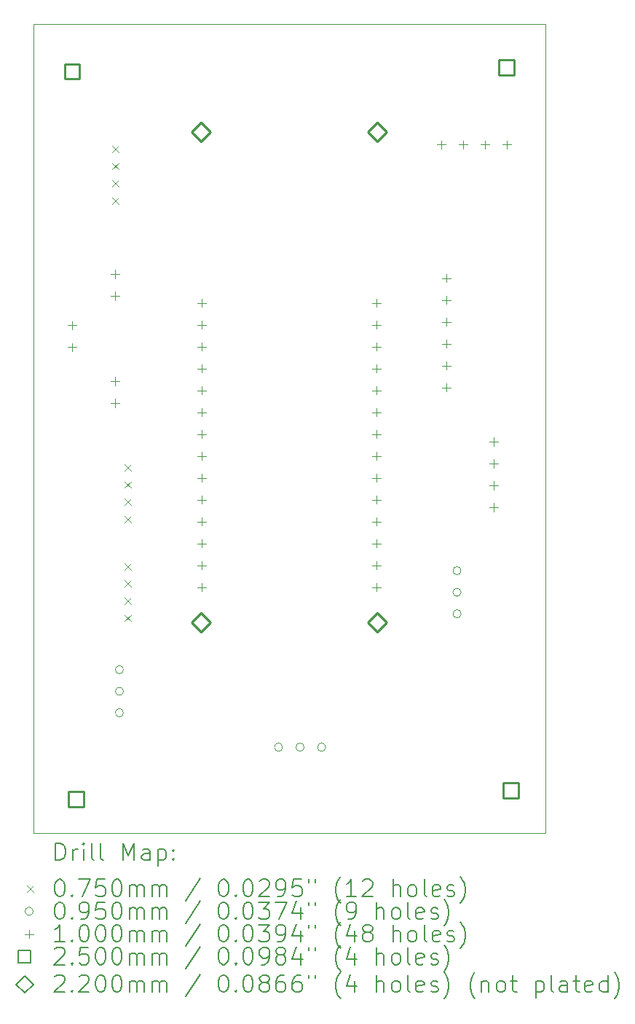
<source format=gbr>
%TF.GenerationSoftware,KiCad,Pcbnew,9.0.0*%
%TF.CreationDate,2025-03-11T10:04:10+01:00*%
%TF.ProjectId,farming_project,6661726d-696e-4675-9f70-726f6a656374,rev?*%
%TF.SameCoordinates,Original*%
%TF.FileFunction,Drillmap*%
%TF.FilePolarity,Positive*%
%FSLAX45Y45*%
G04 Gerber Fmt 4.5, Leading zero omitted, Abs format (unit mm)*
G04 Created by KiCad (PCBNEW 9.0.0) date 2025-03-11 10:04:10*
%MOMM*%
%LPD*%
G01*
G04 APERTURE LIST*
%ADD10C,0.050000*%
%ADD11C,0.200000*%
%ADD12C,0.100000*%
%ADD13C,0.250000*%
%ADD14C,0.220000*%
G04 APERTURE END LIST*
D10*
X11050000Y-5050000D02*
X11050000Y-14050000D01*
X17000000Y-14050000D02*
X17000000Y-13850000D01*
X17000000Y-5050000D02*
X17000000Y-13850000D01*
X11050000Y-4650000D02*
X17000000Y-4650000D01*
X17000000Y-4650000D02*
X17000000Y-5050000D01*
X11050000Y-5050000D02*
X11050000Y-4650000D01*
X11050000Y-14050000D02*
X17000000Y-14050000D01*
D11*
D12*
X11962500Y-6062500D02*
X12037500Y-6137500D01*
X12037500Y-6062500D02*
X11962500Y-6137500D01*
X11962500Y-6262500D02*
X12037500Y-6337500D01*
X12037500Y-6262500D02*
X11962500Y-6337500D01*
X11962500Y-6462500D02*
X12037500Y-6537500D01*
X12037500Y-6462500D02*
X11962500Y-6537500D01*
X11962500Y-6662500D02*
X12037500Y-6737500D01*
X12037500Y-6662500D02*
X11962500Y-6737500D01*
X12112500Y-9762500D02*
X12187500Y-9837500D01*
X12187500Y-9762500D02*
X12112500Y-9837500D01*
X12112500Y-9962500D02*
X12187500Y-10037500D01*
X12187500Y-9962500D02*
X12112500Y-10037500D01*
X12112500Y-10162500D02*
X12187500Y-10237500D01*
X12187500Y-10162500D02*
X12112500Y-10237500D01*
X12112500Y-10362500D02*
X12187500Y-10437500D01*
X12187500Y-10362500D02*
X12112500Y-10437500D01*
X12112500Y-10912500D02*
X12187500Y-10987500D01*
X12187500Y-10912500D02*
X12112500Y-10987500D01*
X12112500Y-11112500D02*
X12187500Y-11187500D01*
X12187500Y-11112500D02*
X12112500Y-11187500D01*
X12112500Y-11312500D02*
X12187500Y-11387500D01*
X12187500Y-11312500D02*
X12112500Y-11387500D01*
X12112500Y-11512500D02*
X12187500Y-11587500D01*
X12187500Y-11512500D02*
X12112500Y-11587500D01*
X12097500Y-12150000D02*
G75*
G02*
X12002500Y-12150000I-47500J0D01*
G01*
X12002500Y-12150000D02*
G75*
G02*
X12097500Y-12150000I47500J0D01*
G01*
X12097500Y-12400000D02*
G75*
G02*
X12002500Y-12400000I-47500J0D01*
G01*
X12002500Y-12400000D02*
G75*
G02*
X12097500Y-12400000I47500J0D01*
G01*
X12097500Y-12650000D02*
G75*
G02*
X12002500Y-12650000I-47500J0D01*
G01*
X12002500Y-12650000D02*
G75*
G02*
X12097500Y-12650000I47500J0D01*
G01*
X13947500Y-13050000D02*
G75*
G02*
X13852500Y-13050000I-47500J0D01*
G01*
X13852500Y-13050000D02*
G75*
G02*
X13947500Y-13050000I47500J0D01*
G01*
X14197500Y-13050000D02*
G75*
G02*
X14102500Y-13050000I-47500J0D01*
G01*
X14102500Y-13050000D02*
G75*
G02*
X14197500Y-13050000I47500J0D01*
G01*
X14447500Y-13050000D02*
G75*
G02*
X14352500Y-13050000I-47500J0D01*
G01*
X14352500Y-13050000D02*
G75*
G02*
X14447500Y-13050000I47500J0D01*
G01*
X16022500Y-11000000D02*
G75*
G02*
X15927500Y-11000000I-47500J0D01*
G01*
X15927500Y-11000000D02*
G75*
G02*
X16022500Y-11000000I47500J0D01*
G01*
X16022500Y-11250000D02*
G75*
G02*
X15927500Y-11250000I-47500J0D01*
G01*
X15927500Y-11250000D02*
G75*
G02*
X16022500Y-11250000I47500J0D01*
G01*
X16022500Y-11500000D02*
G75*
G02*
X15927500Y-11500000I-47500J0D01*
G01*
X15927500Y-11500000D02*
G75*
G02*
X16022500Y-11500000I47500J0D01*
G01*
X11500000Y-8100000D02*
X11500000Y-8200000D01*
X11450000Y-8150000D02*
X11550000Y-8150000D01*
X11500000Y-8354000D02*
X11500000Y-8454000D01*
X11450000Y-8404000D02*
X11550000Y-8404000D01*
X12000000Y-7500000D02*
X12000000Y-7600000D01*
X11950000Y-7550000D02*
X12050000Y-7550000D01*
X12000000Y-7754000D02*
X12000000Y-7854000D01*
X11950000Y-7804000D02*
X12050000Y-7804000D01*
X12000000Y-8750000D02*
X12000000Y-8850000D01*
X11950000Y-8800000D02*
X12050000Y-8800000D01*
X12000000Y-9004000D02*
X12000000Y-9104000D01*
X11950000Y-9054000D02*
X12050000Y-9054000D01*
X13009000Y-7838480D02*
X13009000Y-7938480D01*
X12959000Y-7888480D02*
X13059000Y-7888480D01*
X13009000Y-8092480D02*
X13009000Y-8192480D01*
X12959000Y-8142480D02*
X13059000Y-8142480D01*
X13009000Y-8346480D02*
X13009000Y-8446480D01*
X12959000Y-8396480D02*
X13059000Y-8396480D01*
X13009000Y-8600480D02*
X13009000Y-8700480D01*
X12959000Y-8650480D02*
X13059000Y-8650480D01*
X13009000Y-8854480D02*
X13009000Y-8954480D01*
X12959000Y-8904480D02*
X13059000Y-8904480D01*
X13009000Y-9108480D02*
X13009000Y-9208480D01*
X12959000Y-9158480D02*
X13059000Y-9158480D01*
X13009000Y-9362480D02*
X13009000Y-9462480D01*
X12959000Y-9412480D02*
X13059000Y-9412480D01*
X13009000Y-9616480D02*
X13009000Y-9716480D01*
X12959000Y-9666480D02*
X13059000Y-9666480D01*
X13009000Y-9870480D02*
X13009000Y-9970480D01*
X12959000Y-9920480D02*
X13059000Y-9920480D01*
X13009000Y-10124480D02*
X13009000Y-10224480D01*
X12959000Y-10174480D02*
X13059000Y-10174480D01*
X13009000Y-10378480D02*
X13009000Y-10478480D01*
X12959000Y-10428480D02*
X13059000Y-10428480D01*
X13009000Y-10632480D02*
X13009000Y-10732480D01*
X12959000Y-10682480D02*
X13059000Y-10682480D01*
X13009000Y-10886480D02*
X13009000Y-10986480D01*
X12959000Y-10936480D02*
X13059000Y-10936480D01*
X13009000Y-11140480D02*
X13009000Y-11240480D01*
X12959000Y-11190480D02*
X13059000Y-11190480D01*
X15041000Y-7838480D02*
X15041000Y-7938480D01*
X14991000Y-7888480D02*
X15091000Y-7888480D01*
X15041000Y-8092480D02*
X15041000Y-8192480D01*
X14991000Y-8142480D02*
X15091000Y-8142480D01*
X15041000Y-8346480D02*
X15041000Y-8446480D01*
X14991000Y-8396480D02*
X15091000Y-8396480D01*
X15041000Y-8600480D02*
X15041000Y-8700480D01*
X14991000Y-8650480D02*
X15091000Y-8650480D01*
X15041000Y-8854480D02*
X15041000Y-8954480D01*
X14991000Y-8904480D02*
X15091000Y-8904480D01*
X15041000Y-9108480D02*
X15041000Y-9208480D01*
X14991000Y-9158480D02*
X15091000Y-9158480D01*
X15041000Y-9362480D02*
X15041000Y-9462480D01*
X14991000Y-9412480D02*
X15091000Y-9412480D01*
X15041000Y-9616480D02*
X15041000Y-9716480D01*
X14991000Y-9666480D02*
X15091000Y-9666480D01*
X15041000Y-9870480D02*
X15041000Y-9970480D01*
X14991000Y-9920480D02*
X15091000Y-9920480D01*
X15041000Y-10124480D02*
X15041000Y-10224480D01*
X14991000Y-10174480D02*
X15091000Y-10174480D01*
X15041000Y-10378480D02*
X15041000Y-10478480D01*
X14991000Y-10428480D02*
X15091000Y-10428480D01*
X15041000Y-10632480D02*
X15041000Y-10732480D01*
X14991000Y-10682480D02*
X15091000Y-10682480D01*
X15041000Y-10886480D02*
X15041000Y-10986480D01*
X14991000Y-10936480D02*
X15091000Y-10936480D01*
X15041000Y-11140480D02*
X15041000Y-11240480D01*
X14991000Y-11190480D02*
X15091000Y-11190480D01*
X15792000Y-6000000D02*
X15792000Y-6100000D01*
X15742000Y-6050000D02*
X15842000Y-6050000D01*
X15850000Y-7550000D02*
X15850000Y-7650000D01*
X15800000Y-7600000D02*
X15900000Y-7600000D01*
X15850000Y-7804000D02*
X15850000Y-7904000D01*
X15800000Y-7854000D02*
X15900000Y-7854000D01*
X15850000Y-8058000D02*
X15850000Y-8158000D01*
X15800000Y-8108000D02*
X15900000Y-8108000D01*
X15850000Y-8312000D02*
X15850000Y-8412000D01*
X15800000Y-8362000D02*
X15900000Y-8362000D01*
X15850000Y-8566000D02*
X15850000Y-8666000D01*
X15800000Y-8616000D02*
X15900000Y-8616000D01*
X15850000Y-8820000D02*
X15850000Y-8920000D01*
X15800000Y-8870000D02*
X15900000Y-8870000D01*
X16046000Y-6000000D02*
X16046000Y-6100000D01*
X15996000Y-6050000D02*
X16096000Y-6050000D01*
X16300000Y-6000000D02*
X16300000Y-6100000D01*
X16250000Y-6050000D02*
X16350000Y-6050000D01*
X16400000Y-9450000D02*
X16400000Y-9550000D01*
X16350000Y-9500000D02*
X16450000Y-9500000D01*
X16400000Y-9704000D02*
X16400000Y-9804000D01*
X16350000Y-9754000D02*
X16450000Y-9754000D01*
X16400000Y-9958000D02*
X16400000Y-10058000D01*
X16350000Y-10008000D02*
X16450000Y-10008000D01*
X16400000Y-10212000D02*
X16400000Y-10312000D01*
X16350000Y-10262000D02*
X16450000Y-10262000D01*
X16554000Y-6000000D02*
X16554000Y-6100000D01*
X16504000Y-6050000D02*
X16604000Y-6050000D01*
D13*
X11588389Y-5288389D02*
X11588389Y-5111611D01*
X11411611Y-5111611D01*
X11411611Y-5288389D01*
X11588389Y-5288389D01*
X11638389Y-13738389D02*
X11638389Y-13561611D01*
X11461611Y-13561611D01*
X11461611Y-13738389D01*
X11638389Y-13738389D01*
X16638389Y-5238389D02*
X16638389Y-5061611D01*
X16461611Y-5061611D01*
X16461611Y-5238389D01*
X16638389Y-5238389D01*
X16688389Y-13638389D02*
X16688389Y-13461611D01*
X16511611Y-13461611D01*
X16511611Y-13638389D01*
X16688389Y-13638389D01*
D14*
X13000000Y-6010000D02*
X13110000Y-5900000D01*
X13000000Y-5790000D01*
X12890000Y-5900000D01*
X13000000Y-6010000D01*
X13000000Y-11710000D02*
X13110000Y-11600000D01*
X13000000Y-11490000D01*
X12890000Y-11600000D01*
X13000000Y-11710000D01*
X15050000Y-6010000D02*
X15160000Y-5900000D01*
X15050000Y-5790000D01*
X14940000Y-5900000D01*
X15050000Y-6010000D01*
X15050000Y-11710000D02*
X15160000Y-11600000D01*
X15050000Y-11490000D01*
X14940000Y-11600000D01*
X15050000Y-11710000D01*
D11*
X11308277Y-14363984D02*
X11308277Y-14163984D01*
X11308277Y-14163984D02*
X11355896Y-14163984D01*
X11355896Y-14163984D02*
X11384467Y-14173508D01*
X11384467Y-14173508D02*
X11403515Y-14192555D01*
X11403515Y-14192555D02*
X11413039Y-14211603D01*
X11413039Y-14211603D02*
X11422562Y-14249698D01*
X11422562Y-14249698D02*
X11422562Y-14278269D01*
X11422562Y-14278269D02*
X11413039Y-14316365D01*
X11413039Y-14316365D02*
X11403515Y-14335412D01*
X11403515Y-14335412D02*
X11384467Y-14354460D01*
X11384467Y-14354460D02*
X11355896Y-14363984D01*
X11355896Y-14363984D02*
X11308277Y-14363984D01*
X11508277Y-14363984D02*
X11508277Y-14230650D01*
X11508277Y-14268746D02*
X11517801Y-14249698D01*
X11517801Y-14249698D02*
X11527324Y-14240174D01*
X11527324Y-14240174D02*
X11546372Y-14230650D01*
X11546372Y-14230650D02*
X11565420Y-14230650D01*
X11632086Y-14363984D02*
X11632086Y-14230650D01*
X11632086Y-14163984D02*
X11622562Y-14173508D01*
X11622562Y-14173508D02*
X11632086Y-14183031D01*
X11632086Y-14183031D02*
X11641610Y-14173508D01*
X11641610Y-14173508D02*
X11632086Y-14163984D01*
X11632086Y-14163984D02*
X11632086Y-14183031D01*
X11755896Y-14363984D02*
X11736848Y-14354460D01*
X11736848Y-14354460D02*
X11727324Y-14335412D01*
X11727324Y-14335412D02*
X11727324Y-14163984D01*
X11860658Y-14363984D02*
X11841610Y-14354460D01*
X11841610Y-14354460D02*
X11832086Y-14335412D01*
X11832086Y-14335412D02*
X11832086Y-14163984D01*
X12089229Y-14363984D02*
X12089229Y-14163984D01*
X12089229Y-14163984D02*
X12155896Y-14306841D01*
X12155896Y-14306841D02*
X12222562Y-14163984D01*
X12222562Y-14163984D02*
X12222562Y-14363984D01*
X12403515Y-14363984D02*
X12403515Y-14259222D01*
X12403515Y-14259222D02*
X12393991Y-14240174D01*
X12393991Y-14240174D02*
X12374943Y-14230650D01*
X12374943Y-14230650D02*
X12336848Y-14230650D01*
X12336848Y-14230650D02*
X12317801Y-14240174D01*
X12403515Y-14354460D02*
X12384467Y-14363984D01*
X12384467Y-14363984D02*
X12336848Y-14363984D01*
X12336848Y-14363984D02*
X12317801Y-14354460D01*
X12317801Y-14354460D02*
X12308277Y-14335412D01*
X12308277Y-14335412D02*
X12308277Y-14316365D01*
X12308277Y-14316365D02*
X12317801Y-14297317D01*
X12317801Y-14297317D02*
X12336848Y-14287793D01*
X12336848Y-14287793D02*
X12384467Y-14287793D01*
X12384467Y-14287793D02*
X12403515Y-14278269D01*
X12498753Y-14230650D02*
X12498753Y-14430650D01*
X12498753Y-14240174D02*
X12517801Y-14230650D01*
X12517801Y-14230650D02*
X12555896Y-14230650D01*
X12555896Y-14230650D02*
X12574943Y-14240174D01*
X12574943Y-14240174D02*
X12584467Y-14249698D01*
X12584467Y-14249698D02*
X12593991Y-14268746D01*
X12593991Y-14268746D02*
X12593991Y-14325888D01*
X12593991Y-14325888D02*
X12584467Y-14344936D01*
X12584467Y-14344936D02*
X12574943Y-14354460D01*
X12574943Y-14354460D02*
X12555896Y-14363984D01*
X12555896Y-14363984D02*
X12517801Y-14363984D01*
X12517801Y-14363984D02*
X12498753Y-14354460D01*
X12679705Y-14344936D02*
X12689229Y-14354460D01*
X12689229Y-14354460D02*
X12679705Y-14363984D01*
X12679705Y-14363984D02*
X12670182Y-14354460D01*
X12670182Y-14354460D02*
X12679705Y-14344936D01*
X12679705Y-14344936D02*
X12679705Y-14363984D01*
X12679705Y-14240174D02*
X12689229Y-14249698D01*
X12689229Y-14249698D02*
X12679705Y-14259222D01*
X12679705Y-14259222D02*
X12670182Y-14249698D01*
X12670182Y-14249698D02*
X12679705Y-14240174D01*
X12679705Y-14240174D02*
X12679705Y-14259222D01*
D12*
X10972500Y-14655000D02*
X11047500Y-14730000D01*
X11047500Y-14655000D02*
X10972500Y-14730000D01*
D11*
X11346372Y-14583984D02*
X11365420Y-14583984D01*
X11365420Y-14583984D02*
X11384467Y-14593508D01*
X11384467Y-14593508D02*
X11393991Y-14603031D01*
X11393991Y-14603031D02*
X11403515Y-14622079D01*
X11403515Y-14622079D02*
X11413039Y-14660174D01*
X11413039Y-14660174D02*
X11413039Y-14707793D01*
X11413039Y-14707793D02*
X11403515Y-14745888D01*
X11403515Y-14745888D02*
X11393991Y-14764936D01*
X11393991Y-14764936D02*
X11384467Y-14774460D01*
X11384467Y-14774460D02*
X11365420Y-14783984D01*
X11365420Y-14783984D02*
X11346372Y-14783984D01*
X11346372Y-14783984D02*
X11327324Y-14774460D01*
X11327324Y-14774460D02*
X11317801Y-14764936D01*
X11317801Y-14764936D02*
X11308277Y-14745888D01*
X11308277Y-14745888D02*
X11298753Y-14707793D01*
X11298753Y-14707793D02*
X11298753Y-14660174D01*
X11298753Y-14660174D02*
X11308277Y-14622079D01*
X11308277Y-14622079D02*
X11317801Y-14603031D01*
X11317801Y-14603031D02*
X11327324Y-14593508D01*
X11327324Y-14593508D02*
X11346372Y-14583984D01*
X11498753Y-14764936D02*
X11508277Y-14774460D01*
X11508277Y-14774460D02*
X11498753Y-14783984D01*
X11498753Y-14783984D02*
X11489229Y-14774460D01*
X11489229Y-14774460D02*
X11498753Y-14764936D01*
X11498753Y-14764936D02*
X11498753Y-14783984D01*
X11574943Y-14583984D02*
X11708277Y-14583984D01*
X11708277Y-14583984D02*
X11622562Y-14783984D01*
X11879705Y-14583984D02*
X11784467Y-14583984D01*
X11784467Y-14583984D02*
X11774943Y-14679222D01*
X11774943Y-14679222D02*
X11784467Y-14669698D01*
X11784467Y-14669698D02*
X11803515Y-14660174D01*
X11803515Y-14660174D02*
X11851134Y-14660174D01*
X11851134Y-14660174D02*
X11870182Y-14669698D01*
X11870182Y-14669698D02*
X11879705Y-14679222D01*
X11879705Y-14679222D02*
X11889229Y-14698269D01*
X11889229Y-14698269D02*
X11889229Y-14745888D01*
X11889229Y-14745888D02*
X11879705Y-14764936D01*
X11879705Y-14764936D02*
X11870182Y-14774460D01*
X11870182Y-14774460D02*
X11851134Y-14783984D01*
X11851134Y-14783984D02*
X11803515Y-14783984D01*
X11803515Y-14783984D02*
X11784467Y-14774460D01*
X11784467Y-14774460D02*
X11774943Y-14764936D01*
X12013039Y-14583984D02*
X12032086Y-14583984D01*
X12032086Y-14583984D02*
X12051134Y-14593508D01*
X12051134Y-14593508D02*
X12060658Y-14603031D01*
X12060658Y-14603031D02*
X12070182Y-14622079D01*
X12070182Y-14622079D02*
X12079705Y-14660174D01*
X12079705Y-14660174D02*
X12079705Y-14707793D01*
X12079705Y-14707793D02*
X12070182Y-14745888D01*
X12070182Y-14745888D02*
X12060658Y-14764936D01*
X12060658Y-14764936D02*
X12051134Y-14774460D01*
X12051134Y-14774460D02*
X12032086Y-14783984D01*
X12032086Y-14783984D02*
X12013039Y-14783984D01*
X12013039Y-14783984D02*
X11993991Y-14774460D01*
X11993991Y-14774460D02*
X11984467Y-14764936D01*
X11984467Y-14764936D02*
X11974943Y-14745888D01*
X11974943Y-14745888D02*
X11965420Y-14707793D01*
X11965420Y-14707793D02*
X11965420Y-14660174D01*
X11965420Y-14660174D02*
X11974943Y-14622079D01*
X11974943Y-14622079D02*
X11984467Y-14603031D01*
X11984467Y-14603031D02*
X11993991Y-14593508D01*
X11993991Y-14593508D02*
X12013039Y-14583984D01*
X12165420Y-14783984D02*
X12165420Y-14650650D01*
X12165420Y-14669698D02*
X12174943Y-14660174D01*
X12174943Y-14660174D02*
X12193991Y-14650650D01*
X12193991Y-14650650D02*
X12222563Y-14650650D01*
X12222563Y-14650650D02*
X12241610Y-14660174D01*
X12241610Y-14660174D02*
X12251134Y-14679222D01*
X12251134Y-14679222D02*
X12251134Y-14783984D01*
X12251134Y-14679222D02*
X12260658Y-14660174D01*
X12260658Y-14660174D02*
X12279705Y-14650650D01*
X12279705Y-14650650D02*
X12308277Y-14650650D01*
X12308277Y-14650650D02*
X12327324Y-14660174D01*
X12327324Y-14660174D02*
X12336848Y-14679222D01*
X12336848Y-14679222D02*
X12336848Y-14783984D01*
X12432086Y-14783984D02*
X12432086Y-14650650D01*
X12432086Y-14669698D02*
X12441610Y-14660174D01*
X12441610Y-14660174D02*
X12460658Y-14650650D01*
X12460658Y-14650650D02*
X12489229Y-14650650D01*
X12489229Y-14650650D02*
X12508277Y-14660174D01*
X12508277Y-14660174D02*
X12517801Y-14679222D01*
X12517801Y-14679222D02*
X12517801Y-14783984D01*
X12517801Y-14679222D02*
X12527324Y-14660174D01*
X12527324Y-14660174D02*
X12546372Y-14650650D01*
X12546372Y-14650650D02*
X12574943Y-14650650D01*
X12574943Y-14650650D02*
X12593991Y-14660174D01*
X12593991Y-14660174D02*
X12603515Y-14679222D01*
X12603515Y-14679222D02*
X12603515Y-14783984D01*
X12993991Y-14574460D02*
X12822563Y-14831603D01*
X13251134Y-14583984D02*
X13270182Y-14583984D01*
X13270182Y-14583984D02*
X13289229Y-14593508D01*
X13289229Y-14593508D02*
X13298753Y-14603031D01*
X13298753Y-14603031D02*
X13308277Y-14622079D01*
X13308277Y-14622079D02*
X13317801Y-14660174D01*
X13317801Y-14660174D02*
X13317801Y-14707793D01*
X13317801Y-14707793D02*
X13308277Y-14745888D01*
X13308277Y-14745888D02*
X13298753Y-14764936D01*
X13298753Y-14764936D02*
X13289229Y-14774460D01*
X13289229Y-14774460D02*
X13270182Y-14783984D01*
X13270182Y-14783984D02*
X13251134Y-14783984D01*
X13251134Y-14783984D02*
X13232086Y-14774460D01*
X13232086Y-14774460D02*
X13222563Y-14764936D01*
X13222563Y-14764936D02*
X13213039Y-14745888D01*
X13213039Y-14745888D02*
X13203515Y-14707793D01*
X13203515Y-14707793D02*
X13203515Y-14660174D01*
X13203515Y-14660174D02*
X13213039Y-14622079D01*
X13213039Y-14622079D02*
X13222563Y-14603031D01*
X13222563Y-14603031D02*
X13232086Y-14593508D01*
X13232086Y-14593508D02*
X13251134Y-14583984D01*
X13403515Y-14764936D02*
X13413039Y-14774460D01*
X13413039Y-14774460D02*
X13403515Y-14783984D01*
X13403515Y-14783984D02*
X13393991Y-14774460D01*
X13393991Y-14774460D02*
X13403515Y-14764936D01*
X13403515Y-14764936D02*
X13403515Y-14783984D01*
X13536848Y-14583984D02*
X13555896Y-14583984D01*
X13555896Y-14583984D02*
X13574944Y-14593508D01*
X13574944Y-14593508D02*
X13584467Y-14603031D01*
X13584467Y-14603031D02*
X13593991Y-14622079D01*
X13593991Y-14622079D02*
X13603515Y-14660174D01*
X13603515Y-14660174D02*
X13603515Y-14707793D01*
X13603515Y-14707793D02*
X13593991Y-14745888D01*
X13593991Y-14745888D02*
X13584467Y-14764936D01*
X13584467Y-14764936D02*
X13574944Y-14774460D01*
X13574944Y-14774460D02*
X13555896Y-14783984D01*
X13555896Y-14783984D02*
X13536848Y-14783984D01*
X13536848Y-14783984D02*
X13517801Y-14774460D01*
X13517801Y-14774460D02*
X13508277Y-14764936D01*
X13508277Y-14764936D02*
X13498753Y-14745888D01*
X13498753Y-14745888D02*
X13489229Y-14707793D01*
X13489229Y-14707793D02*
X13489229Y-14660174D01*
X13489229Y-14660174D02*
X13498753Y-14622079D01*
X13498753Y-14622079D02*
X13508277Y-14603031D01*
X13508277Y-14603031D02*
X13517801Y-14593508D01*
X13517801Y-14593508D02*
X13536848Y-14583984D01*
X13679706Y-14603031D02*
X13689229Y-14593508D01*
X13689229Y-14593508D02*
X13708277Y-14583984D01*
X13708277Y-14583984D02*
X13755896Y-14583984D01*
X13755896Y-14583984D02*
X13774944Y-14593508D01*
X13774944Y-14593508D02*
X13784467Y-14603031D01*
X13784467Y-14603031D02*
X13793991Y-14622079D01*
X13793991Y-14622079D02*
X13793991Y-14641127D01*
X13793991Y-14641127D02*
X13784467Y-14669698D01*
X13784467Y-14669698D02*
X13670182Y-14783984D01*
X13670182Y-14783984D02*
X13793991Y-14783984D01*
X13889229Y-14783984D02*
X13927325Y-14783984D01*
X13927325Y-14783984D02*
X13946372Y-14774460D01*
X13946372Y-14774460D02*
X13955896Y-14764936D01*
X13955896Y-14764936D02*
X13974944Y-14736365D01*
X13974944Y-14736365D02*
X13984467Y-14698269D01*
X13984467Y-14698269D02*
X13984467Y-14622079D01*
X13984467Y-14622079D02*
X13974944Y-14603031D01*
X13974944Y-14603031D02*
X13965420Y-14593508D01*
X13965420Y-14593508D02*
X13946372Y-14583984D01*
X13946372Y-14583984D02*
X13908277Y-14583984D01*
X13908277Y-14583984D02*
X13889229Y-14593508D01*
X13889229Y-14593508D02*
X13879706Y-14603031D01*
X13879706Y-14603031D02*
X13870182Y-14622079D01*
X13870182Y-14622079D02*
X13870182Y-14669698D01*
X13870182Y-14669698D02*
X13879706Y-14688746D01*
X13879706Y-14688746D02*
X13889229Y-14698269D01*
X13889229Y-14698269D02*
X13908277Y-14707793D01*
X13908277Y-14707793D02*
X13946372Y-14707793D01*
X13946372Y-14707793D02*
X13965420Y-14698269D01*
X13965420Y-14698269D02*
X13974944Y-14688746D01*
X13974944Y-14688746D02*
X13984467Y-14669698D01*
X14165420Y-14583984D02*
X14070182Y-14583984D01*
X14070182Y-14583984D02*
X14060658Y-14679222D01*
X14060658Y-14679222D02*
X14070182Y-14669698D01*
X14070182Y-14669698D02*
X14089229Y-14660174D01*
X14089229Y-14660174D02*
X14136848Y-14660174D01*
X14136848Y-14660174D02*
X14155896Y-14669698D01*
X14155896Y-14669698D02*
X14165420Y-14679222D01*
X14165420Y-14679222D02*
X14174944Y-14698269D01*
X14174944Y-14698269D02*
X14174944Y-14745888D01*
X14174944Y-14745888D02*
X14165420Y-14764936D01*
X14165420Y-14764936D02*
X14155896Y-14774460D01*
X14155896Y-14774460D02*
X14136848Y-14783984D01*
X14136848Y-14783984D02*
X14089229Y-14783984D01*
X14089229Y-14783984D02*
X14070182Y-14774460D01*
X14070182Y-14774460D02*
X14060658Y-14764936D01*
X14251134Y-14583984D02*
X14251134Y-14622079D01*
X14327325Y-14583984D02*
X14327325Y-14622079D01*
X14622563Y-14860174D02*
X14613039Y-14850650D01*
X14613039Y-14850650D02*
X14593991Y-14822079D01*
X14593991Y-14822079D02*
X14584468Y-14803031D01*
X14584468Y-14803031D02*
X14574944Y-14774460D01*
X14574944Y-14774460D02*
X14565420Y-14726841D01*
X14565420Y-14726841D02*
X14565420Y-14688746D01*
X14565420Y-14688746D02*
X14574944Y-14641127D01*
X14574944Y-14641127D02*
X14584468Y-14612555D01*
X14584468Y-14612555D02*
X14593991Y-14593508D01*
X14593991Y-14593508D02*
X14613039Y-14564936D01*
X14613039Y-14564936D02*
X14622563Y-14555412D01*
X14803515Y-14783984D02*
X14689229Y-14783984D01*
X14746372Y-14783984D02*
X14746372Y-14583984D01*
X14746372Y-14583984D02*
X14727325Y-14612555D01*
X14727325Y-14612555D02*
X14708277Y-14631603D01*
X14708277Y-14631603D02*
X14689229Y-14641127D01*
X14879706Y-14603031D02*
X14889229Y-14593508D01*
X14889229Y-14593508D02*
X14908277Y-14583984D01*
X14908277Y-14583984D02*
X14955896Y-14583984D01*
X14955896Y-14583984D02*
X14974944Y-14593508D01*
X14974944Y-14593508D02*
X14984468Y-14603031D01*
X14984468Y-14603031D02*
X14993991Y-14622079D01*
X14993991Y-14622079D02*
X14993991Y-14641127D01*
X14993991Y-14641127D02*
X14984468Y-14669698D01*
X14984468Y-14669698D02*
X14870182Y-14783984D01*
X14870182Y-14783984D02*
X14993991Y-14783984D01*
X15232087Y-14783984D02*
X15232087Y-14583984D01*
X15317801Y-14783984D02*
X15317801Y-14679222D01*
X15317801Y-14679222D02*
X15308277Y-14660174D01*
X15308277Y-14660174D02*
X15289230Y-14650650D01*
X15289230Y-14650650D02*
X15260658Y-14650650D01*
X15260658Y-14650650D02*
X15241610Y-14660174D01*
X15241610Y-14660174D02*
X15232087Y-14669698D01*
X15441610Y-14783984D02*
X15422563Y-14774460D01*
X15422563Y-14774460D02*
X15413039Y-14764936D01*
X15413039Y-14764936D02*
X15403515Y-14745888D01*
X15403515Y-14745888D02*
X15403515Y-14688746D01*
X15403515Y-14688746D02*
X15413039Y-14669698D01*
X15413039Y-14669698D02*
X15422563Y-14660174D01*
X15422563Y-14660174D02*
X15441610Y-14650650D01*
X15441610Y-14650650D02*
X15470182Y-14650650D01*
X15470182Y-14650650D02*
X15489230Y-14660174D01*
X15489230Y-14660174D02*
X15498753Y-14669698D01*
X15498753Y-14669698D02*
X15508277Y-14688746D01*
X15508277Y-14688746D02*
X15508277Y-14745888D01*
X15508277Y-14745888D02*
X15498753Y-14764936D01*
X15498753Y-14764936D02*
X15489230Y-14774460D01*
X15489230Y-14774460D02*
X15470182Y-14783984D01*
X15470182Y-14783984D02*
X15441610Y-14783984D01*
X15622563Y-14783984D02*
X15603515Y-14774460D01*
X15603515Y-14774460D02*
X15593991Y-14755412D01*
X15593991Y-14755412D02*
X15593991Y-14583984D01*
X15774944Y-14774460D02*
X15755896Y-14783984D01*
X15755896Y-14783984D02*
X15717801Y-14783984D01*
X15717801Y-14783984D02*
X15698753Y-14774460D01*
X15698753Y-14774460D02*
X15689230Y-14755412D01*
X15689230Y-14755412D02*
X15689230Y-14679222D01*
X15689230Y-14679222D02*
X15698753Y-14660174D01*
X15698753Y-14660174D02*
X15717801Y-14650650D01*
X15717801Y-14650650D02*
X15755896Y-14650650D01*
X15755896Y-14650650D02*
X15774944Y-14660174D01*
X15774944Y-14660174D02*
X15784468Y-14679222D01*
X15784468Y-14679222D02*
X15784468Y-14698269D01*
X15784468Y-14698269D02*
X15689230Y-14717317D01*
X15860658Y-14774460D02*
X15879706Y-14783984D01*
X15879706Y-14783984D02*
X15917801Y-14783984D01*
X15917801Y-14783984D02*
X15936849Y-14774460D01*
X15936849Y-14774460D02*
X15946372Y-14755412D01*
X15946372Y-14755412D02*
X15946372Y-14745888D01*
X15946372Y-14745888D02*
X15936849Y-14726841D01*
X15936849Y-14726841D02*
X15917801Y-14717317D01*
X15917801Y-14717317D02*
X15889230Y-14717317D01*
X15889230Y-14717317D02*
X15870182Y-14707793D01*
X15870182Y-14707793D02*
X15860658Y-14688746D01*
X15860658Y-14688746D02*
X15860658Y-14679222D01*
X15860658Y-14679222D02*
X15870182Y-14660174D01*
X15870182Y-14660174D02*
X15889230Y-14650650D01*
X15889230Y-14650650D02*
X15917801Y-14650650D01*
X15917801Y-14650650D02*
X15936849Y-14660174D01*
X16013039Y-14860174D02*
X16022563Y-14850650D01*
X16022563Y-14850650D02*
X16041611Y-14822079D01*
X16041611Y-14822079D02*
X16051134Y-14803031D01*
X16051134Y-14803031D02*
X16060658Y-14774460D01*
X16060658Y-14774460D02*
X16070182Y-14726841D01*
X16070182Y-14726841D02*
X16070182Y-14688746D01*
X16070182Y-14688746D02*
X16060658Y-14641127D01*
X16060658Y-14641127D02*
X16051134Y-14612555D01*
X16051134Y-14612555D02*
X16041611Y-14593508D01*
X16041611Y-14593508D02*
X16022563Y-14564936D01*
X16022563Y-14564936D02*
X16013039Y-14555412D01*
D12*
X11047500Y-14956500D02*
G75*
G02*
X10952500Y-14956500I-47500J0D01*
G01*
X10952500Y-14956500D02*
G75*
G02*
X11047500Y-14956500I47500J0D01*
G01*
D11*
X11346372Y-14847984D02*
X11365420Y-14847984D01*
X11365420Y-14847984D02*
X11384467Y-14857508D01*
X11384467Y-14857508D02*
X11393991Y-14867031D01*
X11393991Y-14867031D02*
X11403515Y-14886079D01*
X11403515Y-14886079D02*
X11413039Y-14924174D01*
X11413039Y-14924174D02*
X11413039Y-14971793D01*
X11413039Y-14971793D02*
X11403515Y-15009888D01*
X11403515Y-15009888D02*
X11393991Y-15028936D01*
X11393991Y-15028936D02*
X11384467Y-15038460D01*
X11384467Y-15038460D02*
X11365420Y-15047984D01*
X11365420Y-15047984D02*
X11346372Y-15047984D01*
X11346372Y-15047984D02*
X11327324Y-15038460D01*
X11327324Y-15038460D02*
X11317801Y-15028936D01*
X11317801Y-15028936D02*
X11308277Y-15009888D01*
X11308277Y-15009888D02*
X11298753Y-14971793D01*
X11298753Y-14971793D02*
X11298753Y-14924174D01*
X11298753Y-14924174D02*
X11308277Y-14886079D01*
X11308277Y-14886079D02*
X11317801Y-14867031D01*
X11317801Y-14867031D02*
X11327324Y-14857508D01*
X11327324Y-14857508D02*
X11346372Y-14847984D01*
X11498753Y-15028936D02*
X11508277Y-15038460D01*
X11508277Y-15038460D02*
X11498753Y-15047984D01*
X11498753Y-15047984D02*
X11489229Y-15038460D01*
X11489229Y-15038460D02*
X11498753Y-15028936D01*
X11498753Y-15028936D02*
X11498753Y-15047984D01*
X11603515Y-15047984D02*
X11641610Y-15047984D01*
X11641610Y-15047984D02*
X11660658Y-15038460D01*
X11660658Y-15038460D02*
X11670182Y-15028936D01*
X11670182Y-15028936D02*
X11689229Y-15000365D01*
X11689229Y-15000365D02*
X11698753Y-14962269D01*
X11698753Y-14962269D02*
X11698753Y-14886079D01*
X11698753Y-14886079D02*
X11689229Y-14867031D01*
X11689229Y-14867031D02*
X11679705Y-14857508D01*
X11679705Y-14857508D02*
X11660658Y-14847984D01*
X11660658Y-14847984D02*
X11622562Y-14847984D01*
X11622562Y-14847984D02*
X11603515Y-14857508D01*
X11603515Y-14857508D02*
X11593991Y-14867031D01*
X11593991Y-14867031D02*
X11584467Y-14886079D01*
X11584467Y-14886079D02*
X11584467Y-14933698D01*
X11584467Y-14933698D02*
X11593991Y-14952746D01*
X11593991Y-14952746D02*
X11603515Y-14962269D01*
X11603515Y-14962269D02*
X11622562Y-14971793D01*
X11622562Y-14971793D02*
X11660658Y-14971793D01*
X11660658Y-14971793D02*
X11679705Y-14962269D01*
X11679705Y-14962269D02*
X11689229Y-14952746D01*
X11689229Y-14952746D02*
X11698753Y-14933698D01*
X11879705Y-14847984D02*
X11784467Y-14847984D01*
X11784467Y-14847984D02*
X11774943Y-14943222D01*
X11774943Y-14943222D02*
X11784467Y-14933698D01*
X11784467Y-14933698D02*
X11803515Y-14924174D01*
X11803515Y-14924174D02*
X11851134Y-14924174D01*
X11851134Y-14924174D02*
X11870182Y-14933698D01*
X11870182Y-14933698D02*
X11879705Y-14943222D01*
X11879705Y-14943222D02*
X11889229Y-14962269D01*
X11889229Y-14962269D02*
X11889229Y-15009888D01*
X11889229Y-15009888D02*
X11879705Y-15028936D01*
X11879705Y-15028936D02*
X11870182Y-15038460D01*
X11870182Y-15038460D02*
X11851134Y-15047984D01*
X11851134Y-15047984D02*
X11803515Y-15047984D01*
X11803515Y-15047984D02*
X11784467Y-15038460D01*
X11784467Y-15038460D02*
X11774943Y-15028936D01*
X12013039Y-14847984D02*
X12032086Y-14847984D01*
X12032086Y-14847984D02*
X12051134Y-14857508D01*
X12051134Y-14857508D02*
X12060658Y-14867031D01*
X12060658Y-14867031D02*
X12070182Y-14886079D01*
X12070182Y-14886079D02*
X12079705Y-14924174D01*
X12079705Y-14924174D02*
X12079705Y-14971793D01*
X12079705Y-14971793D02*
X12070182Y-15009888D01*
X12070182Y-15009888D02*
X12060658Y-15028936D01*
X12060658Y-15028936D02*
X12051134Y-15038460D01*
X12051134Y-15038460D02*
X12032086Y-15047984D01*
X12032086Y-15047984D02*
X12013039Y-15047984D01*
X12013039Y-15047984D02*
X11993991Y-15038460D01*
X11993991Y-15038460D02*
X11984467Y-15028936D01*
X11984467Y-15028936D02*
X11974943Y-15009888D01*
X11974943Y-15009888D02*
X11965420Y-14971793D01*
X11965420Y-14971793D02*
X11965420Y-14924174D01*
X11965420Y-14924174D02*
X11974943Y-14886079D01*
X11974943Y-14886079D02*
X11984467Y-14867031D01*
X11984467Y-14867031D02*
X11993991Y-14857508D01*
X11993991Y-14857508D02*
X12013039Y-14847984D01*
X12165420Y-15047984D02*
X12165420Y-14914650D01*
X12165420Y-14933698D02*
X12174943Y-14924174D01*
X12174943Y-14924174D02*
X12193991Y-14914650D01*
X12193991Y-14914650D02*
X12222563Y-14914650D01*
X12222563Y-14914650D02*
X12241610Y-14924174D01*
X12241610Y-14924174D02*
X12251134Y-14943222D01*
X12251134Y-14943222D02*
X12251134Y-15047984D01*
X12251134Y-14943222D02*
X12260658Y-14924174D01*
X12260658Y-14924174D02*
X12279705Y-14914650D01*
X12279705Y-14914650D02*
X12308277Y-14914650D01*
X12308277Y-14914650D02*
X12327324Y-14924174D01*
X12327324Y-14924174D02*
X12336848Y-14943222D01*
X12336848Y-14943222D02*
X12336848Y-15047984D01*
X12432086Y-15047984D02*
X12432086Y-14914650D01*
X12432086Y-14933698D02*
X12441610Y-14924174D01*
X12441610Y-14924174D02*
X12460658Y-14914650D01*
X12460658Y-14914650D02*
X12489229Y-14914650D01*
X12489229Y-14914650D02*
X12508277Y-14924174D01*
X12508277Y-14924174D02*
X12517801Y-14943222D01*
X12517801Y-14943222D02*
X12517801Y-15047984D01*
X12517801Y-14943222D02*
X12527324Y-14924174D01*
X12527324Y-14924174D02*
X12546372Y-14914650D01*
X12546372Y-14914650D02*
X12574943Y-14914650D01*
X12574943Y-14914650D02*
X12593991Y-14924174D01*
X12593991Y-14924174D02*
X12603515Y-14943222D01*
X12603515Y-14943222D02*
X12603515Y-15047984D01*
X12993991Y-14838460D02*
X12822563Y-15095603D01*
X13251134Y-14847984D02*
X13270182Y-14847984D01*
X13270182Y-14847984D02*
X13289229Y-14857508D01*
X13289229Y-14857508D02*
X13298753Y-14867031D01*
X13298753Y-14867031D02*
X13308277Y-14886079D01*
X13308277Y-14886079D02*
X13317801Y-14924174D01*
X13317801Y-14924174D02*
X13317801Y-14971793D01*
X13317801Y-14971793D02*
X13308277Y-15009888D01*
X13308277Y-15009888D02*
X13298753Y-15028936D01*
X13298753Y-15028936D02*
X13289229Y-15038460D01*
X13289229Y-15038460D02*
X13270182Y-15047984D01*
X13270182Y-15047984D02*
X13251134Y-15047984D01*
X13251134Y-15047984D02*
X13232086Y-15038460D01*
X13232086Y-15038460D02*
X13222563Y-15028936D01*
X13222563Y-15028936D02*
X13213039Y-15009888D01*
X13213039Y-15009888D02*
X13203515Y-14971793D01*
X13203515Y-14971793D02*
X13203515Y-14924174D01*
X13203515Y-14924174D02*
X13213039Y-14886079D01*
X13213039Y-14886079D02*
X13222563Y-14867031D01*
X13222563Y-14867031D02*
X13232086Y-14857508D01*
X13232086Y-14857508D02*
X13251134Y-14847984D01*
X13403515Y-15028936D02*
X13413039Y-15038460D01*
X13413039Y-15038460D02*
X13403515Y-15047984D01*
X13403515Y-15047984D02*
X13393991Y-15038460D01*
X13393991Y-15038460D02*
X13403515Y-15028936D01*
X13403515Y-15028936D02*
X13403515Y-15047984D01*
X13536848Y-14847984D02*
X13555896Y-14847984D01*
X13555896Y-14847984D02*
X13574944Y-14857508D01*
X13574944Y-14857508D02*
X13584467Y-14867031D01*
X13584467Y-14867031D02*
X13593991Y-14886079D01*
X13593991Y-14886079D02*
X13603515Y-14924174D01*
X13603515Y-14924174D02*
X13603515Y-14971793D01*
X13603515Y-14971793D02*
X13593991Y-15009888D01*
X13593991Y-15009888D02*
X13584467Y-15028936D01*
X13584467Y-15028936D02*
X13574944Y-15038460D01*
X13574944Y-15038460D02*
X13555896Y-15047984D01*
X13555896Y-15047984D02*
X13536848Y-15047984D01*
X13536848Y-15047984D02*
X13517801Y-15038460D01*
X13517801Y-15038460D02*
X13508277Y-15028936D01*
X13508277Y-15028936D02*
X13498753Y-15009888D01*
X13498753Y-15009888D02*
X13489229Y-14971793D01*
X13489229Y-14971793D02*
X13489229Y-14924174D01*
X13489229Y-14924174D02*
X13498753Y-14886079D01*
X13498753Y-14886079D02*
X13508277Y-14867031D01*
X13508277Y-14867031D02*
X13517801Y-14857508D01*
X13517801Y-14857508D02*
X13536848Y-14847984D01*
X13670182Y-14847984D02*
X13793991Y-14847984D01*
X13793991Y-14847984D02*
X13727325Y-14924174D01*
X13727325Y-14924174D02*
X13755896Y-14924174D01*
X13755896Y-14924174D02*
X13774944Y-14933698D01*
X13774944Y-14933698D02*
X13784467Y-14943222D01*
X13784467Y-14943222D02*
X13793991Y-14962269D01*
X13793991Y-14962269D02*
X13793991Y-15009888D01*
X13793991Y-15009888D02*
X13784467Y-15028936D01*
X13784467Y-15028936D02*
X13774944Y-15038460D01*
X13774944Y-15038460D02*
X13755896Y-15047984D01*
X13755896Y-15047984D02*
X13698753Y-15047984D01*
X13698753Y-15047984D02*
X13679706Y-15038460D01*
X13679706Y-15038460D02*
X13670182Y-15028936D01*
X13860658Y-14847984D02*
X13993991Y-14847984D01*
X13993991Y-14847984D02*
X13908277Y-15047984D01*
X14155896Y-14914650D02*
X14155896Y-15047984D01*
X14108277Y-14838460D02*
X14060658Y-14981317D01*
X14060658Y-14981317D02*
X14184467Y-14981317D01*
X14251134Y-14847984D02*
X14251134Y-14886079D01*
X14327325Y-14847984D02*
X14327325Y-14886079D01*
X14622563Y-15124174D02*
X14613039Y-15114650D01*
X14613039Y-15114650D02*
X14593991Y-15086079D01*
X14593991Y-15086079D02*
X14584468Y-15067031D01*
X14584468Y-15067031D02*
X14574944Y-15038460D01*
X14574944Y-15038460D02*
X14565420Y-14990841D01*
X14565420Y-14990841D02*
X14565420Y-14952746D01*
X14565420Y-14952746D02*
X14574944Y-14905127D01*
X14574944Y-14905127D02*
X14584468Y-14876555D01*
X14584468Y-14876555D02*
X14593991Y-14857508D01*
X14593991Y-14857508D02*
X14613039Y-14828936D01*
X14613039Y-14828936D02*
X14622563Y-14819412D01*
X14708277Y-15047984D02*
X14746372Y-15047984D01*
X14746372Y-15047984D02*
X14765420Y-15038460D01*
X14765420Y-15038460D02*
X14774944Y-15028936D01*
X14774944Y-15028936D02*
X14793991Y-15000365D01*
X14793991Y-15000365D02*
X14803515Y-14962269D01*
X14803515Y-14962269D02*
X14803515Y-14886079D01*
X14803515Y-14886079D02*
X14793991Y-14867031D01*
X14793991Y-14867031D02*
X14784468Y-14857508D01*
X14784468Y-14857508D02*
X14765420Y-14847984D01*
X14765420Y-14847984D02*
X14727325Y-14847984D01*
X14727325Y-14847984D02*
X14708277Y-14857508D01*
X14708277Y-14857508D02*
X14698753Y-14867031D01*
X14698753Y-14867031D02*
X14689229Y-14886079D01*
X14689229Y-14886079D02*
X14689229Y-14933698D01*
X14689229Y-14933698D02*
X14698753Y-14952746D01*
X14698753Y-14952746D02*
X14708277Y-14962269D01*
X14708277Y-14962269D02*
X14727325Y-14971793D01*
X14727325Y-14971793D02*
X14765420Y-14971793D01*
X14765420Y-14971793D02*
X14784468Y-14962269D01*
X14784468Y-14962269D02*
X14793991Y-14952746D01*
X14793991Y-14952746D02*
X14803515Y-14933698D01*
X15041610Y-15047984D02*
X15041610Y-14847984D01*
X15127325Y-15047984D02*
X15127325Y-14943222D01*
X15127325Y-14943222D02*
X15117801Y-14924174D01*
X15117801Y-14924174D02*
X15098753Y-14914650D01*
X15098753Y-14914650D02*
X15070182Y-14914650D01*
X15070182Y-14914650D02*
X15051134Y-14924174D01*
X15051134Y-14924174D02*
X15041610Y-14933698D01*
X15251134Y-15047984D02*
X15232087Y-15038460D01*
X15232087Y-15038460D02*
X15222563Y-15028936D01*
X15222563Y-15028936D02*
X15213039Y-15009888D01*
X15213039Y-15009888D02*
X15213039Y-14952746D01*
X15213039Y-14952746D02*
X15222563Y-14933698D01*
X15222563Y-14933698D02*
X15232087Y-14924174D01*
X15232087Y-14924174D02*
X15251134Y-14914650D01*
X15251134Y-14914650D02*
X15279706Y-14914650D01*
X15279706Y-14914650D02*
X15298753Y-14924174D01*
X15298753Y-14924174D02*
X15308277Y-14933698D01*
X15308277Y-14933698D02*
X15317801Y-14952746D01*
X15317801Y-14952746D02*
X15317801Y-15009888D01*
X15317801Y-15009888D02*
X15308277Y-15028936D01*
X15308277Y-15028936D02*
X15298753Y-15038460D01*
X15298753Y-15038460D02*
X15279706Y-15047984D01*
X15279706Y-15047984D02*
X15251134Y-15047984D01*
X15432087Y-15047984D02*
X15413039Y-15038460D01*
X15413039Y-15038460D02*
X15403515Y-15019412D01*
X15403515Y-15019412D02*
X15403515Y-14847984D01*
X15584468Y-15038460D02*
X15565420Y-15047984D01*
X15565420Y-15047984D02*
X15527325Y-15047984D01*
X15527325Y-15047984D02*
X15508277Y-15038460D01*
X15508277Y-15038460D02*
X15498753Y-15019412D01*
X15498753Y-15019412D02*
X15498753Y-14943222D01*
X15498753Y-14943222D02*
X15508277Y-14924174D01*
X15508277Y-14924174D02*
X15527325Y-14914650D01*
X15527325Y-14914650D02*
X15565420Y-14914650D01*
X15565420Y-14914650D02*
X15584468Y-14924174D01*
X15584468Y-14924174D02*
X15593991Y-14943222D01*
X15593991Y-14943222D02*
X15593991Y-14962269D01*
X15593991Y-14962269D02*
X15498753Y-14981317D01*
X15670182Y-15038460D02*
X15689230Y-15047984D01*
X15689230Y-15047984D02*
X15727325Y-15047984D01*
X15727325Y-15047984D02*
X15746372Y-15038460D01*
X15746372Y-15038460D02*
X15755896Y-15019412D01*
X15755896Y-15019412D02*
X15755896Y-15009888D01*
X15755896Y-15009888D02*
X15746372Y-14990841D01*
X15746372Y-14990841D02*
X15727325Y-14981317D01*
X15727325Y-14981317D02*
X15698753Y-14981317D01*
X15698753Y-14981317D02*
X15679706Y-14971793D01*
X15679706Y-14971793D02*
X15670182Y-14952746D01*
X15670182Y-14952746D02*
X15670182Y-14943222D01*
X15670182Y-14943222D02*
X15679706Y-14924174D01*
X15679706Y-14924174D02*
X15698753Y-14914650D01*
X15698753Y-14914650D02*
X15727325Y-14914650D01*
X15727325Y-14914650D02*
X15746372Y-14924174D01*
X15822563Y-15124174D02*
X15832087Y-15114650D01*
X15832087Y-15114650D02*
X15851134Y-15086079D01*
X15851134Y-15086079D02*
X15860658Y-15067031D01*
X15860658Y-15067031D02*
X15870182Y-15038460D01*
X15870182Y-15038460D02*
X15879706Y-14990841D01*
X15879706Y-14990841D02*
X15879706Y-14952746D01*
X15879706Y-14952746D02*
X15870182Y-14905127D01*
X15870182Y-14905127D02*
X15860658Y-14876555D01*
X15860658Y-14876555D02*
X15851134Y-14857508D01*
X15851134Y-14857508D02*
X15832087Y-14828936D01*
X15832087Y-14828936D02*
X15822563Y-14819412D01*
D12*
X10997500Y-15170500D02*
X10997500Y-15270500D01*
X10947500Y-15220500D02*
X11047500Y-15220500D01*
D11*
X11413039Y-15311984D02*
X11298753Y-15311984D01*
X11355896Y-15311984D02*
X11355896Y-15111984D01*
X11355896Y-15111984D02*
X11336848Y-15140555D01*
X11336848Y-15140555D02*
X11317801Y-15159603D01*
X11317801Y-15159603D02*
X11298753Y-15169127D01*
X11498753Y-15292936D02*
X11508277Y-15302460D01*
X11508277Y-15302460D02*
X11498753Y-15311984D01*
X11498753Y-15311984D02*
X11489229Y-15302460D01*
X11489229Y-15302460D02*
X11498753Y-15292936D01*
X11498753Y-15292936D02*
X11498753Y-15311984D01*
X11632086Y-15111984D02*
X11651134Y-15111984D01*
X11651134Y-15111984D02*
X11670182Y-15121508D01*
X11670182Y-15121508D02*
X11679705Y-15131031D01*
X11679705Y-15131031D02*
X11689229Y-15150079D01*
X11689229Y-15150079D02*
X11698753Y-15188174D01*
X11698753Y-15188174D02*
X11698753Y-15235793D01*
X11698753Y-15235793D02*
X11689229Y-15273888D01*
X11689229Y-15273888D02*
X11679705Y-15292936D01*
X11679705Y-15292936D02*
X11670182Y-15302460D01*
X11670182Y-15302460D02*
X11651134Y-15311984D01*
X11651134Y-15311984D02*
X11632086Y-15311984D01*
X11632086Y-15311984D02*
X11613039Y-15302460D01*
X11613039Y-15302460D02*
X11603515Y-15292936D01*
X11603515Y-15292936D02*
X11593991Y-15273888D01*
X11593991Y-15273888D02*
X11584467Y-15235793D01*
X11584467Y-15235793D02*
X11584467Y-15188174D01*
X11584467Y-15188174D02*
X11593991Y-15150079D01*
X11593991Y-15150079D02*
X11603515Y-15131031D01*
X11603515Y-15131031D02*
X11613039Y-15121508D01*
X11613039Y-15121508D02*
X11632086Y-15111984D01*
X11822562Y-15111984D02*
X11841610Y-15111984D01*
X11841610Y-15111984D02*
X11860658Y-15121508D01*
X11860658Y-15121508D02*
X11870182Y-15131031D01*
X11870182Y-15131031D02*
X11879705Y-15150079D01*
X11879705Y-15150079D02*
X11889229Y-15188174D01*
X11889229Y-15188174D02*
X11889229Y-15235793D01*
X11889229Y-15235793D02*
X11879705Y-15273888D01*
X11879705Y-15273888D02*
X11870182Y-15292936D01*
X11870182Y-15292936D02*
X11860658Y-15302460D01*
X11860658Y-15302460D02*
X11841610Y-15311984D01*
X11841610Y-15311984D02*
X11822562Y-15311984D01*
X11822562Y-15311984D02*
X11803515Y-15302460D01*
X11803515Y-15302460D02*
X11793991Y-15292936D01*
X11793991Y-15292936D02*
X11784467Y-15273888D01*
X11784467Y-15273888D02*
X11774943Y-15235793D01*
X11774943Y-15235793D02*
X11774943Y-15188174D01*
X11774943Y-15188174D02*
X11784467Y-15150079D01*
X11784467Y-15150079D02*
X11793991Y-15131031D01*
X11793991Y-15131031D02*
X11803515Y-15121508D01*
X11803515Y-15121508D02*
X11822562Y-15111984D01*
X12013039Y-15111984D02*
X12032086Y-15111984D01*
X12032086Y-15111984D02*
X12051134Y-15121508D01*
X12051134Y-15121508D02*
X12060658Y-15131031D01*
X12060658Y-15131031D02*
X12070182Y-15150079D01*
X12070182Y-15150079D02*
X12079705Y-15188174D01*
X12079705Y-15188174D02*
X12079705Y-15235793D01*
X12079705Y-15235793D02*
X12070182Y-15273888D01*
X12070182Y-15273888D02*
X12060658Y-15292936D01*
X12060658Y-15292936D02*
X12051134Y-15302460D01*
X12051134Y-15302460D02*
X12032086Y-15311984D01*
X12032086Y-15311984D02*
X12013039Y-15311984D01*
X12013039Y-15311984D02*
X11993991Y-15302460D01*
X11993991Y-15302460D02*
X11984467Y-15292936D01*
X11984467Y-15292936D02*
X11974943Y-15273888D01*
X11974943Y-15273888D02*
X11965420Y-15235793D01*
X11965420Y-15235793D02*
X11965420Y-15188174D01*
X11965420Y-15188174D02*
X11974943Y-15150079D01*
X11974943Y-15150079D02*
X11984467Y-15131031D01*
X11984467Y-15131031D02*
X11993991Y-15121508D01*
X11993991Y-15121508D02*
X12013039Y-15111984D01*
X12165420Y-15311984D02*
X12165420Y-15178650D01*
X12165420Y-15197698D02*
X12174943Y-15188174D01*
X12174943Y-15188174D02*
X12193991Y-15178650D01*
X12193991Y-15178650D02*
X12222563Y-15178650D01*
X12222563Y-15178650D02*
X12241610Y-15188174D01*
X12241610Y-15188174D02*
X12251134Y-15207222D01*
X12251134Y-15207222D02*
X12251134Y-15311984D01*
X12251134Y-15207222D02*
X12260658Y-15188174D01*
X12260658Y-15188174D02*
X12279705Y-15178650D01*
X12279705Y-15178650D02*
X12308277Y-15178650D01*
X12308277Y-15178650D02*
X12327324Y-15188174D01*
X12327324Y-15188174D02*
X12336848Y-15207222D01*
X12336848Y-15207222D02*
X12336848Y-15311984D01*
X12432086Y-15311984D02*
X12432086Y-15178650D01*
X12432086Y-15197698D02*
X12441610Y-15188174D01*
X12441610Y-15188174D02*
X12460658Y-15178650D01*
X12460658Y-15178650D02*
X12489229Y-15178650D01*
X12489229Y-15178650D02*
X12508277Y-15188174D01*
X12508277Y-15188174D02*
X12517801Y-15207222D01*
X12517801Y-15207222D02*
X12517801Y-15311984D01*
X12517801Y-15207222D02*
X12527324Y-15188174D01*
X12527324Y-15188174D02*
X12546372Y-15178650D01*
X12546372Y-15178650D02*
X12574943Y-15178650D01*
X12574943Y-15178650D02*
X12593991Y-15188174D01*
X12593991Y-15188174D02*
X12603515Y-15207222D01*
X12603515Y-15207222D02*
X12603515Y-15311984D01*
X12993991Y-15102460D02*
X12822563Y-15359603D01*
X13251134Y-15111984D02*
X13270182Y-15111984D01*
X13270182Y-15111984D02*
X13289229Y-15121508D01*
X13289229Y-15121508D02*
X13298753Y-15131031D01*
X13298753Y-15131031D02*
X13308277Y-15150079D01*
X13308277Y-15150079D02*
X13317801Y-15188174D01*
X13317801Y-15188174D02*
X13317801Y-15235793D01*
X13317801Y-15235793D02*
X13308277Y-15273888D01*
X13308277Y-15273888D02*
X13298753Y-15292936D01*
X13298753Y-15292936D02*
X13289229Y-15302460D01*
X13289229Y-15302460D02*
X13270182Y-15311984D01*
X13270182Y-15311984D02*
X13251134Y-15311984D01*
X13251134Y-15311984D02*
X13232086Y-15302460D01*
X13232086Y-15302460D02*
X13222563Y-15292936D01*
X13222563Y-15292936D02*
X13213039Y-15273888D01*
X13213039Y-15273888D02*
X13203515Y-15235793D01*
X13203515Y-15235793D02*
X13203515Y-15188174D01*
X13203515Y-15188174D02*
X13213039Y-15150079D01*
X13213039Y-15150079D02*
X13222563Y-15131031D01*
X13222563Y-15131031D02*
X13232086Y-15121508D01*
X13232086Y-15121508D02*
X13251134Y-15111984D01*
X13403515Y-15292936D02*
X13413039Y-15302460D01*
X13413039Y-15302460D02*
X13403515Y-15311984D01*
X13403515Y-15311984D02*
X13393991Y-15302460D01*
X13393991Y-15302460D02*
X13403515Y-15292936D01*
X13403515Y-15292936D02*
X13403515Y-15311984D01*
X13536848Y-15111984D02*
X13555896Y-15111984D01*
X13555896Y-15111984D02*
X13574944Y-15121508D01*
X13574944Y-15121508D02*
X13584467Y-15131031D01*
X13584467Y-15131031D02*
X13593991Y-15150079D01*
X13593991Y-15150079D02*
X13603515Y-15188174D01*
X13603515Y-15188174D02*
X13603515Y-15235793D01*
X13603515Y-15235793D02*
X13593991Y-15273888D01*
X13593991Y-15273888D02*
X13584467Y-15292936D01*
X13584467Y-15292936D02*
X13574944Y-15302460D01*
X13574944Y-15302460D02*
X13555896Y-15311984D01*
X13555896Y-15311984D02*
X13536848Y-15311984D01*
X13536848Y-15311984D02*
X13517801Y-15302460D01*
X13517801Y-15302460D02*
X13508277Y-15292936D01*
X13508277Y-15292936D02*
X13498753Y-15273888D01*
X13498753Y-15273888D02*
X13489229Y-15235793D01*
X13489229Y-15235793D02*
X13489229Y-15188174D01*
X13489229Y-15188174D02*
X13498753Y-15150079D01*
X13498753Y-15150079D02*
X13508277Y-15131031D01*
X13508277Y-15131031D02*
X13517801Y-15121508D01*
X13517801Y-15121508D02*
X13536848Y-15111984D01*
X13670182Y-15111984D02*
X13793991Y-15111984D01*
X13793991Y-15111984D02*
X13727325Y-15188174D01*
X13727325Y-15188174D02*
X13755896Y-15188174D01*
X13755896Y-15188174D02*
X13774944Y-15197698D01*
X13774944Y-15197698D02*
X13784467Y-15207222D01*
X13784467Y-15207222D02*
X13793991Y-15226269D01*
X13793991Y-15226269D02*
X13793991Y-15273888D01*
X13793991Y-15273888D02*
X13784467Y-15292936D01*
X13784467Y-15292936D02*
X13774944Y-15302460D01*
X13774944Y-15302460D02*
X13755896Y-15311984D01*
X13755896Y-15311984D02*
X13698753Y-15311984D01*
X13698753Y-15311984D02*
X13679706Y-15302460D01*
X13679706Y-15302460D02*
X13670182Y-15292936D01*
X13889229Y-15311984D02*
X13927325Y-15311984D01*
X13927325Y-15311984D02*
X13946372Y-15302460D01*
X13946372Y-15302460D02*
X13955896Y-15292936D01*
X13955896Y-15292936D02*
X13974944Y-15264365D01*
X13974944Y-15264365D02*
X13984467Y-15226269D01*
X13984467Y-15226269D02*
X13984467Y-15150079D01*
X13984467Y-15150079D02*
X13974944Y-15131031D01*
X13974944Y-15131031D02*
X13965420Y-15121508D01*
X13965420Y-15121508D02*
X13946372Y-15111984D01*
X13946372Y-15111984D02*
X13908277Y-15111984D01*
X13908277Y-15111984D02*
X13889229Y-15121508D01*
X13889229Y-15121508D02*
X13879706Y-15131031D01*
X13879706Y-15131031D02*
X13870182Y-15150079D01*
X13870182Y-15150079D02*
X13870182Y-15197698D01*
X13870182Y-15197698D02*
X13879706Y-15216746D01*
X13879706Y-15216746D02*
X13889229Y-15226269D01*
X13889229Y-15226269D02*
X13908277Y-15235793D01*
X13908277Y-15235793D02*
X13946372Y-15235793D01*
X13946372Y-15235793D02*
X13965420Y-15226269D01*
X13965420Y-15226269D02*
X13974944Y-15216746D01*
X13974944Y-15216746D02*
X13984467Y-15197698D01*
X14155896Y-15178650D02*
X14155896Y-15311984D01*
X14108277Y-15102460D02*
X14060658Y-15245317D01*
X14060658Y-15245317D02*
X14184467Y-15245317D01*
X14251134Y-15111984D02*
X14251134Y-15150079D01*
X14327325Y-15111984D02*
X14327325Y-15150079D01*
X14622563Y-15388174D02*
X14613039Y-15378650D01*
X14613039Y-15378650D02*
X14593991Y-15350079D01*
X14593991Y-15350079D02*
X14584468Y-15331031D01*
X14584468Y-15331031D02*
X14574944Y-15302460D01*
X14574944Y-15302460D02*
X14565420Y-15254841D01*
X14565420Y-15254841D02*
X14565420Y-15216746D01*
X14565420Y-15216746D02*
X14574944Y-15169127D01*
X14574944Y-15169127D02*
X14584468Y-15140555D01*
X14584468Y-15140555D02*
X14593991Y-15121508D01*
X14593991Y-15121508D02*
X14613039Y-15092936D01*
X14613039Y-15092936D02*
X14622563Y-15083412D01*
X14784468Y-15178650D02*
X14784468Y-15311984D01*
X14736848Y-15102460D02*
X14689229Y-15245317D01*
X14689229Y-15245317D02*
X14813039Y-15245317D01*
X14917801Y-15197698D02*
X14898753Y-15188174D01*
X14898753Y-15188174D02*
X14889229Y-15178650D01*
X14889229Y-15178650D02*
X14879706Y-15159603D01*
X14879706Y-15159603D02*
X14879706Y-15150079D01*
X14879706Y-15150079D02*
X14889229Y-15131031D01*
X14889229Y-15131031D02*
X14898753Y-15121508D01*
X14898753Y-15121508D02*
X14917801Y-15111984D01*
X14917801Y-15111984D02*
X14955896Y-15111984D01*
X14955896Y-15111984D02*
X14974944Y-15121508D01*
X14974944Y-15121508D02*
X14984468Y-15131031D01*
X14984468Y-15131031D02*
X14993991Y-15150079D01*
X14993991Y-15150079D02*
X14993991Y-15159603D01*
X14993991Y-15159603D02*
X14984468Y-15178650D01*
X14984468Y-15178650D02*
X14974944Y-15188174D01*
X14974944Y-15188174D02*
X14955896Y-15197698D01*
X14955896Y-15197698D02*
X14917801Y-15197698D01*
X14917801Y-15197698D02*
X14898753Y-15207222D01*
X14898753Y-15207222D02*
X14889229Y-15216746D01*
X14889229Y-15216746D02*
X14879706Y-15235793D01*
X14879706Y-15235793D02*
X14879706Y-15273888D01*
X14879706Y-15273888D02*
X14889229Y-15292936D01*
X14889229Y-15292936D02*
X14898753Y-15302460D01*
X14898753Y-15302460D02*
X14917801Y-15311984D01*
X14917801Y-15311984D02*
X14955896Y-15311984D01*
X14955896Y-15311984D02*
X14974944Y-15302460D01*
X14974944Y-15302460D02*
X14984468Y-15292936D01*
X14984468Y-15292936D02*
X14993991Y-15273888D01*
X14993991Y-15273888D02*
X14993991Y-15235793D01*
X14993991Y-15235793D02*
X14984468Y-15216746D01*
X14984468Y-15216746D02*
X14974944Y-15207222D01*
X14974944Y-15207222D02*
X14955896Y-15197698D01*
X15232087Y-15311984D02*
X15232087Y-15111984D01*
X15317801Y-15311984D02*
X15317801Y-15207222D01*
X15317801Y-15207222D02*
X15308277Y-15188174D01*
X15308277Y-15188174D02*
X15289230Y-15178650D01*
X15289230Y-15178650D02*
X15260658Y-15178650D01*
X15260658Y-15178650D02*
X15241610Y-15188174D01*
X15241610Y-15188174D02*
X15232087Y-15197698D01*
X15441610Y-15311984D02*
X15422563Y-15302460D01*
X15422563Y-15302460D02*
X15413039Y-15292936D01*
X15413039Y-15292936D02*
X15403515Y-15273888D01*
X15403515Y-15273888D02*
X15403515Y-15216746D01*
X15403515Y-15216746D02*
X15413039Y-15197698D01*
X15413039Y-15197698D02*
X15422563Y-15188174D01*
X15422563Y-15188174D02*
X15441610Y-15178650D01*
X15441610Y-15178650D02*
X15470182Y-15178650D01*
X15470182Y-15178650D02*
X15489230Y-15188174D01*
X15489230Y-15188174D02*
X15498753Y-15197698D01*
X15498753Y-15197698D02*
X15508277Y-15216746D01*
X15508277Y-15216746D02*
X15508277Y-15273888D01*
X15508277Y-15273888D02*
X15498753Y-15292936D01*
X15498753Y-15292936D02*
X15489230Y-15302460D01*
X15489230Y-15302460D02*
X15470182Y-15311984D01*
X15470182Y-15311984D02*
X15441610Y-15311984D01*
X15622563Y-15311984D02*
X15603515Y-15302460D01*
X15603515Y-15302460D02*
X15593991Y-15283412D01*
X15593991Y-15283412D02*
X15593991Y-15111984D01*
X15774944Y-15302460D02*
X15755896Y-15311984D01*
X15755896Y-15311984D02*
X15717801Y-15311984D01*
X15717801Y-15311984D02*
X15698753Y-15302460D01*
X15698753Y-15302460D02*
X15689230Y-15283412D01*
X15689230Y-15283412D02*
X15689230Y-15207222D01*
X15689230Y-15207222D02*
X15698753Y-15188174D01*
X15698753Y-15188174D02*
X15717801Y-15178650D01*
X15717801Y-15178650D02*
X15755896Y-15178650D01*
X15755896Y-15178650D02*
X15774944Y-15188174D01*
X15774944Y-15188174D02*
X15784468Y-15207222D01*
X15784468Y-15207222D02*
X15784468Y-15226269D01*
X15784468Y-15226269D02*
X15689230Y-15245317D01*
X15860658Y-15302460D02*
X15879706Y-15311984D01*
X15879706Y-15311984D02*
X15917801Y-15311984D01*
X15917801Y-15311984D02*
X15936849Y-15302460D01*
X15936849Y-15302460D02*
X15946372Y-15283412D01*
X15946372Y-15283412D02*
X15946372Y-15273888D01*
X15946372Y-15273888D02*
X15936849Y-15254841D01*
X15936849Y-15254841D02*
X15917801Y-15245317D01*
X15917801Y-15245317D02*
X15889230Y-15245317D01*
X15889230Y-15245317D02*
X15870182Y-15235793D01*
X15870182Y-15235793D02*
X15860658Y-15216746D01*
X15860658Y-15216746D02*
X15860658Y-15207222D01*
X15860658Y-15207222D02*
X15870182Y-15188174D01*
X15870182Y-15188174D02*
X15889230Y-15178650D01*
X15889230Y-15178650D02*
X15917801Y-15178650D01*
X15917801Y-15178650D02*
X15936849Y-15188174D01*
X16013039Y-15388174D02*
X16022563Y-15378650D01*
X16022563Y-15378650D02*
X16041611Y-15350079D01*
X16041611Y-15350079D02*
X16051134Y-15331031D01*
X16051134Y-15331031D02*
X16060658Y-15302460D01*
X16060658Y-15302460D02*
X16070182Y-15254841D01*
X16070182Y-15254841D02*
X16070182Y-15216746D01*
X16070182Y-15216746D02*
X16060658Y-15169127D01*
X16060658Y-15169127D02*
X16051134Y-15140555D01*
X16051134Y-15140555D02*
X16041611Y-15121508D01*
X16041611Y-15121508D02*
X16022563Y-15092936D01*
X16022563Y-15092936D02*
X16013039Y-15083412D01*
X11018211Y-15555211D02*
X11018211Y-15413789D01*
X10876789Y-15413789D01*
X10876789Y-15555211D01*
X11018211Y-15555211D01*
X11298753Y-15395031D02*
X11308277Y-15385508D01*
X11308277Y-15385508D02*
X11327324Y-15375984D01*
X11327324Y-15375984D02*
X11374943Y-15375984D01*
X11374943Y-15375984D02*
X11393991Y-15385508D01*
X11393991Y-15385508D02*
X11403515Y-15395031D01*
X11403515Y-15395031D02*
X11413039Y-15414079D01*
X11413039Y-15414079D02*
X11413039Y-15433127D01*
X11413039Y-15433127D02*
X11403515Y-15461698D01*
X11403515Y-15461698D02*
X11289229Y-15575984D01*
X11289229Y-15575984D02*
X11413039Y-15575984D01*
X11498753Y-15556936D02*
X11508277Y-15566460D01*
X11508277Y-15566460D02*
X11498753Y-15575984D01*
X11498753Y-15575984D02*
X11489229Y-15566460D01*
X11489229Y-15566460D02*
X11498753Y-15556936D01*
X11498753Y-15556936D02*
X11498753Y-15575984D01*
X11689229Y-15375984D02*
X11593991Y-15375984D01*
X11593991Y-15375984D02*
X11584467Y-15471222D01*
X11584467Y-15471222D02*
X11593991Y-15461698D01*
X11593991Y-15461698D02*
X11613039Y-15452174D01*
X11613039Y-15452174D02*
X11660658Y-15452174D01*
X11660658Y-15452174D02*
X11679705Y-15461698D01*
X11679705Y-15461698D02*
X11689229Y-15471222D01*
X11689229Y-15471222D02*
X11698753Y-15490269D01*
X11698753Y-15490269D02*
X11698753Y-15537888D01*
X11698753Y-15537888D02*
X11689229Y-15556936D01*
X11689229Y-15556936D02*
X11679705Y-15566460D01*
X11679705Y-15566460D02*
X11660658Y-15575984D01*
X11660658Y-15575984D02*
X11613039Y-15575984D01*
X11613039Y-15575984D02*
X11593991Y-15566460D01*
X11593991Y-15566460D02*
X11584467Y-15556936D01*
X11822562Y-15375984D02*
X11841610Y-15375984D01*
X11841610Y-15375984D02*
X11860658Y-15385508D01*
X11860658Y-15385508D02*
X11870182Y-15395031D01*
X11870182Y-15395031D02*
X11879705Y-15414079D01*
X11879705Y-15414079D02*
X11889229Y-15452174D01*
X11889229Y-15452174D02*
X11889229Y-15499793D01*
X11889229Y-15499793D02*
X11879705Y-15537888D01*
X11879705Y-15537888D02*
X11870182Y-15556936D01*
X11870182Y-15556936D02*
X11860658Y-15566460D01*
X11860658Y-15566460D02*
X11841610Y-15575984D01*
X11841610Y-15575984D02*
X11822562Y-15575984D01*
X11822562Y-15575984D02*
X11803515Y-15566460D01*
X11803515Y-15566460D02*
X11793991Y-15556936D01*
X11793991Y-15556936D02*
X11784467Y-15537888D01*
X11784467Y-15537888D02*
X11774943Y-15499793D01*
X11774943Y-15499793D02*
X11774943Y-15452174D01*
X11774943Y-15452174D02*
X11784467Y-15414079D01*
X11784467Y-15414079D02*
X11793991Y-15395031D01*
X11793991Y-15395031D02*
X11803515Y-15385508D01*
X11803515Y-15385508D02*
X11822562Y-15375984D01*
X12013039Y-15375984D02*
X12032086Y-15375984D01*
X12032086Y-15375984D02*
X12051134Y-15385508D01*
X12051134Y-15385508D02*
X12060658Y-15395031D01*
X12060658Y-15395031D02*
X12070182Y-15414079D01*
X12070182Y-15414079D02*
X12079705Y-15452174D01*
X12079705Y-15452174D02*
X12079705Y-15499793D01*
X12079705Y-15499793D02*
X12070182Y-15537888D01*
X12070182Y-15537888D02*
X12060658Y-15556936D01*
X12060658Y-15556936D02*
X12051134Y-15566460D01*
X12051134Y-15566460D02*
X12032086Y-15575984D01*
X12032086Y-15575984D02*
X12013039Y-15575984D01*
X12013039Y-15575984D02*
X11993991Y-15566460D01*
X11993991Y-15566460D02*
X11984467Y-15556936D01*
X11984467Y-15556936D02*
X11974943Y-15537888D01*
X11974943Y-15537888D02*
X11965420Y-15499793D01*
X11965420Y-15499793D02*
X11965420Y-15452174D01*
X11965420Y-15452174D02*
X11974943Y-15414079D01*
X11974943Y-15414079D02*
X11984467Y-15395031D01*
X11984467Y-15395031D02*
X11993991Y-15385508D01*
X11993991Y-15385508D02*
X12013039Y-15375984D01*
X12165420Y-15575984D02*
X12165420Y-15442650D01*
X12165420Y-15461698D02*
X12174943Y-15452174D01*
X12174943Y-15452174D02*
X12193991Y-15442650D01*
X12193991Y-15442650D02*
X12222563Y-15442650D01*
X12222563Y-15442650D02*
X12241610Y-15452174D01*
X12241610Y-15452174D02*
X12251134Y-15471222D01*
X12251134Y-15471222D02*
X12251134Y-15575984D01*
X12251134Y-15471222D02*
X12260658Y-15452174D01*
X12260658Y-15452174D02*
X12279705Y-15442650D01*
X12279705Y-15442650D02*
X12308277Y-15442650D01*
X12308277Y-15442650D02*
X12327324Y-15452174D01*
X12327324Y-15452174D02*
X12336848Y-15471222D01*
X12336848Y-15471222D02*
X12336848Y-15575984D01*
X12432086Y-15575984D02*
X12432086Y-15442650D01*
X12432086Y-15461698D02*
X12441610Y-15452174D01*
X12441610Y-15452174D02*
X12460658Y-15442650D01*
X12460658Y-15442650D02*
X12489229Y-15442650D01*
X12489229Y-15442650D02*
X12508277Y-15452174D01*
X12508277Y-15452174D02*
X12517801Y-15471222D01*
X12517801Y-15471222D02*
X12517801Y-15575984D01*
X12517801Y-15471222D02*
X12527324Y-15452174D01*
X12527324Y-15452174D02*
X12546372Y-15442650D01*
X12546372Y-15442650D02*
X12574943Y-15442650D01*
X12574943Y-15442650D02*
X12593991Y-15452174D01*
X12593991Y-15452174D02*
X12603515Y-15471222D01*
X12603515Y-15471222D02*
X12603515Y-15575984D01*
X12993991Y-15366460D02*
X12822563Y-15623603D01*
X13251134Y-15375984D02*
X13270182Y-15375984D01*
X13270182Y-15375984D02*
X13289229Y-15385508D01*
X13289229Y-15385508D02*
X13298753Y-15395031D01*
X13298753Y-15395031D02*
X13308277Y-15414079D01*
X13308277Y-15414079D02*
X13317801Y-15452174D01*
X13317801Y-15452174D02*
X13317801Y-15499793D01*
X13317801Y-15499793D02*
X13308277Y-15537888D01*
X13308277Y-15537888D02*
X13298753Y-15556936D01*
X13298753Y-15556936D02*
X13289229Y-15566460D01*
X13289229Y-15566460D02*
X13270182Y-15575984D01*
X13270182Y-15575984D02*
X13251134Y-15575984D01*
X13251134Y-15575984D02*
X13232086Y-15566460D01*
X13232086Y-15566460D02*
X13222563Y-15556936D01*
X13222563Y-15556936D02*
X13213039Y-15537888D01*
X13213039Y-15537888D02*
X13203515Y-15499793D01*
X13203515Y-15499793D02*
X13203515Y-15452174D01*
X13203515Y-15452174D02*
X13213039Y-15414079D01*
X13213039Y-15414079D02*
X13222563Y-15395031D01*
X13222563Y-15395031D02*
X13232086Y-15385508D01*
X13232086Y-15385508D02*
X13251134Y-15375984D01*
X13403515Y-15556936D02*
X13413039Y-15566460D01*
X13413039Y-15566460D02*
X13403515Y-15575984D01*
X13403515Y-15575984D02*
X13393991Y-15566460D01*
X13393991Y-15566460D02*
X13403515Y-15556936D01*
X13403515Y-15556936D02*
X13403515Y-15575984D01*
X13536848Y-15375984D02*
X13555896Y-15375984D01*
X13555896Y-15375984D02*
X13574944Y-15385508D01*
X13574944Y-15385508D02*
X13584467Y-15395031D01*
X13584467Y-15395031D02*
X13593991Y-15414079D01*
X13593991Y-15414079D02*
X13603515Y-15452174D01*
X13603515Y-15452174D02*
X13603515Y-15499793D01*
X13603515Y-15499793D02*
X13593991Y-15537888D01*
X13593991Y-15537888D02*
X13584467Y-15556936D01*
X13584467Y-15556936D02*
X13574944Y-15566460D01*
X13574944Y-15566460D02*
X13555896Y-15575984D01*
X13555896Y-15575984D02*
X13536848Y-15575984D01*
X13536848Y-15575984D02*
X13517801Y-15566460D01*
X13517801Y-15566460D02*
X13508277Y-15556936D01*
X13508277Y-15556936D02*
X13498753Y-15537888D01*
X13498753Y-15537888D02*
X13489229Y-15499793D01*
X13489229Y-15499793D02*
X13489229Y-15452174D01*
X13489229Y-15452174D02*
X13498753Y-15414079D01*
X13498753Y-15414079D02*
X13508277Y-15395031D01*
X13508277Y-15395031D02*
X13517801Y-15385508D01*
X13517801Y-15385508D02*
X13536848Y-15375984D01*
X13698753Y-15575984D02*
X13736848Y-15575984D01*
X13736848Y-15575984D02*
X13755896Y-15566460D01*
X13755896Y-15566460D02*
X13765420Y-15556936D01*
X13765420Y-15556936D02*
X13784467Y-15528365D01*
X13784467Y-15528365D02*
X13793991Y-15490269D01*
X13793991Y-15490269D02*
X13793991Y-15414079D01*
X13793991Y-15414079D02*
X13784467Y-15395031D01*
X13784467Y-15395031D02*
X13774944Y-15385508D01*
X13774944Y-15385508D02*
X13755896Y-15375984D01*
X13755896Y-15375984D02*
X13717801Y-15375984D01*
X13717801Y-15375984D02*
X13698753Y-15385508D01*
X13698753Y-15385508D02*
X13689229Y-15395031D01*
X13689229Y-15395031D02*
X13679706Y-15414079D01*
X13679706Y-15414079D02*
X13679706Y-15461698D01*
X13679706Y-15461698D02*
X13689229Y-15480746D01*
X13689229Y-15480746D02*
X13698753Y-15490269D01*
X13698753Y-15490269D02*
X13717801Y-15499793D01*
X13717801Y-15499793D02*
X13755896Y-15499793D01*
X13755896Y-15499793D02*
X13774944Y-15490269D01*
X13774944Y-15490269D02*
X13784467Y-15480746D01*
X13784467Y-15480746D02*
X13793991Y-15461698D01*
X13908277Y-15461698D02*
X13889229Y-15452174D01*
X13889229Y-15452174D02*
X13879706Y-15442650D01*
X13879706Y-15442650D02*
X13870182Y-15423603D01*
X13870182Y-15423603D02*
X13870182Y-15414079D01*
X13870182Y-15414079D02*
X13879706Y-15395031D01*
X13879706Y-15395031D02*
X13889229Y-15385508D01*
X13889229Y-15385508D02*
X13908277Y-15375984D01*
X13908277Y-15375984D02*
X13946372Y-15375984D01*
X13946372Y-15375984D02*
X13965420Y-15385508D01*
X13965420Y-15385508D02*
X13974944Y-15395031D01*
X13974944Y-15395031D02*
X13984467Y-15414079D01*
X13984467Y-15414079D02*
X13984467Y-15423603D01*
X13984467Y-15423603D02*
X13974944Y-15442650D01*
X13974944Y-15442650D02*
X13965420Y-15452174D01*
X13965420Y-15452174D02*
X13946372Y-15461698D01*
X13946372Y-15461698D02*
X13908277Y-15461698D01*
X13908277Y-15461698D02*
X13889229Y-15471222D01*
X13889229Y-15471222D02*
X13879706Y-15480746D01*
X13879706Y-15480746D02*
X13870182Y-15499793D01*
X13870182Y-15499793D02*
X13870182Y-15537888D01*
X13870182Y-15537888D02*
X13879706Y-15556936D01*
X13879706Y-15556936D02*
X13889229Y-15566460D01*
X13889229Y-15566460D02*
X13908277Y-15575984D01*
X13908277Y-15575984D02*
X13946372Y-15575984D01*
X13946372Y-15575984D02*
X13965420Y-15566460D01*
X13965420Y-15566460D02*
X13974944Y-15556936D01*
X13974944Y-15556936D02*
X13984467Y-15537888D01*
X13984467Y-15537888D02*
X13984467Y-15499793D01*
X13984467Y-15499793D02*
X13974944Y-15480746D01*
X13974944Y-15480746D02*
X13965420Y-15471222D01*
X13965420Y-15471222D02*
X13946372Y-15461698D01*
X14155896Y-15442650D02*
X14155896Y-15575984D01*
X14108277Y-15366460D02*
X14060658Y-15509317D01*
X14060658Y-15509317D02*
X14184467Y-15509317D01*
X14251134Y-15375984D02*
X14251134Y-15414079D01*
X14327325Y-15375984D02*
X14327325Y-15414079D01*
X14622563Y-15652174D02*
X14613039Y-15642650D01*
X14613039Y-15642650D02*
X14593991Y-15614079D01*
X14593991Y-15614079D02*
X14584468Y-15595031D01*
X14584468Y-15595031D02*
X14574944Y-15566460D01*
X14574944Y-15566460D02*
X14565420Y-15518841D01*
X14565420Y-15518841D02*
X14565420Y-15480746D01*
X14565420Y-15480746D02*
X14574944Y-15433127D01*
X14574944Y-15433127D02*
X14584468Y-15404555D01*
X14584468Y-15404555D02*
X14593991Y-15385508D01*
X14593991Y-15385508D02*
X14613039Y-15356936D01*
X14613039Y-15356936D02*
X14622563Y-15347412D01*
X14784468Y-15442650D02*
X14784468Y-15575984D01*
X14736848Y-15366460D02*
X14689229Y-15509317D01*
X14689229Y-15509317D02*
X14813039Y-15509317D01*
X15041610Y-15575984D02*
X15041610Y-15375984D01*
X15127325Y-15575984D02*
X15127325Y-15471222D01*
X15127325Y-15471222D02*
X15117801Y-15452174D01*
X15117801Y-15452174D02*
X15098753Y-15442650D01*
X15098753Y-15442650D02*
X15070182Y-15442650D01*
X15070182Y-15442650D02*
X15051134Y-15452174D01*
X15051134Y-15452174D02*
X15041610Y-15461698D01*
X15251134Y-15575984D02*
X15232087Y-15566460D01*
X15232087Y-15566460D02*
X15222563Y-15556936D01*
X15222563Y-15556936D02*
X15213039Y-15537888D01*
X15213039Y-15537888D02*
X15213039Y-15480746D01*
X15213039Y-15480746D02*
X15222563Y-15461698D01*
X15222563Y-15461698D02*
X15232087Y-15452174D01*
X15232087Y-15452174D02*
X15251134Y-15442650D01*
X15251134Y-15442650D02*
X15279706Y-15442650D01*
X15279706Y-15442650D02*
X15298753Y-15452174D01*
X15298753Y-15452174D02*
X15308277Y-15461698D01*
X15308277Y-15461698D02*
X15317801Y-15480746D01*
X15317801Y-15480746D02*
X15317801Y-15537888D01*
X15317801Y-15537888D02*
X15308277Y-15556936D01*
X15308277Y-15556936D02*
X15298753Y-15566460D01*
X15298753Y-15566460D02*
X15279706Y-15575984D01*
X15279706Y-15575984D02*
X15251134Y-15575984D01*
X15432087Y-15575984D02*
X15413039Y-15566460D01*
X15413039Y-15566460D02*
X15403515Y-15547412D01*
X15403515Y-15547412D02*
X15403515Y-15375984D01*
X15584468Y-15566460D02*
X15565420Y-15575984D01*
X15565420Y-15575984D02*
X15527325Y-15575984D01*
X15527325Y-15575984D02*
X15508277Y-15566460D01*
X15508277Y-15566460D02*
X15498753Y-15547412D01*
X15498753Y-15547412D02*
X15498753Y-15471222D01*
X15498753Y-15471222D02*
X15508277Y-15452174D01*
X15508277Y-15452174D02*
X15527325Y-15442650D01*
X15527325Y-15442650D02*
X15565420Y-15442650D01*
X15565420Y-15442650D02*
X15584468Y-15452174D01*
X15584468Y-15452174D02*
X15593991Y-15471222D01*
X15593991Y-15471222D02*
X15593991Y-15490269D01*
X15593991Y-15490269D02*
X15498753Y-15509317D01*
X15670182Y-15566460D02*
X15689230Y-15575984D01*
X15689230Y-15575984D02*
X15727325Y-15575984D01*
X15727325Y-15575984D02*
X15746372Y-15566460D01*
X15746372Y-15566460D02*
X15755896Y-15547412D01*
X15755896Y-15547412D02*
X15755896Y-15537888D01*
X15755896Y-15537888D02*
X15746372Y-15518841D01*
X15746372Y-15518841D02*
X15727325Y-15509317D01*
X15727325Y-15509317D02*
X15698753Y-15509317D01*
X15698753Y-15509317D02*
X15679706Y-15499793D01*
X15679706Y-15499793D02*
X15670182Y-15480746D01*
X15670182Y-15480746D02*
X15670182Y-15471222D01*
X15670182Y-15471222D02*
X15679706Y-15452174D01*
X15679706Y-15452174D02*
X15698753Y-15442650D01*
X15698753Y-15442650D02*
X15727325Y-15442650D01*
X15727325Y-15442650D02*
X15746372Y-15452174D01*
X15822563Y-15652174D02*
X15832087Y-15642650D01*
X15832087Y-15642650D02*
X15851134Y-15614079D01*
X15851134Y-15614079D02*
X15860658Y-15595031D01*
X15860658Y-15595031D02*
X15870182Y-15566460D01*
X15870182Y-15566460D02*
X15879706Y-15518841D01*
X15879706Y-15518841D02*
X15879706Y-15480746D01*
X15879706Y-15480746D02*
X15870182Y-15433127D01*
X15870182Y-15433127D02*
X15860658Y-15404555D01*
X15860658Y-15404555D02*
X15851134Y-15385508D01*
X15851134Y-15385508D02*
X15832087Y-15356936D01*
X15832087Y-15356936D02*
X15822563Y-15347412D01*
X10947500Y-15904500D02*
X11047500Y-15804500D01*
X10947500Y-15704500D01*
X10847500Y-15804500D01*
X10947500Y-15904500D01*
X11298753Y-15715031D02*
X11308277Y-15705508D01*
X11308277Y-15705508D02*
X11327324Y-15695984D01*
X11327324Y-15695984D02*
X11374943Y-15695984D01*
X11374943Y-15695984D02*
X11393991Y-15705508D01*
X11393991Y-15705508D02*
X11403515Y-15715031D01*
X11403515Y-15715031D02*
X11413039Y-15734079D01*
X11413039Y-15734079D02*
X11413039Y-15753127D01*
X11413039Y-15753127D02*
X11403515Y-15781698D01*
X11403515Y-15781698D02*
X11289229Y-15895984D01*
X11289229Y-15895984D02*
X11413039Y-15895984D01*
X11498753Y-15876936D02*
X11508277Y-15886460D01*
X11508277Y-15886460D02*
X11498753Y-15895984D01*
X11498753Y-15895984D02*
X11489229Y-15886460D01*
X11489229Y-15886460D02*
X11498753Y-15876936D01*
X11498753Y-15876936D02*
X11498753Y-15895984D01*
X11584467Y-15715031D02*
X11593991Y-15705508D01*
X11593991Y-15705508D02*
X11613039Y-15695984D01*
X11613039Y-15695984D02*
X11660658Y-15695984D01*
X11660658Y-15695984D02*
X11679705Y-15705508D01*
X11679705Y-15705508D02*
X11689229Y-15715031D01*
X11689229Y-15715031D02*
X11698753Y-15734079D01*
X11698753Y-15734079D02*
X11698753Y-15753127D01*
X11698753Y-15753127D02*
X11689229Y-15781698D01*
X11689229Y-15781698D02*
X11574943Y-15895984D01*
X11574943Y-15895984D02*
X11698753Y-15895984D01*
X11822562Y-15695984D02*
X11841610Y-15695984D01*
X11841610Y-15695984D02*
X11860658Y-15705508D01*
X11860658Y-15705508D02*
X11870182Y-15715031D01*
X11870182Y-15715031D02*
X11879705Y-15734079D01*
X11879705Y-15734079D02*
X11889229Y-15772174D01*
X11889229Y-15772174D02*
X11889229Y-15819793D01*
X11889229Y-15819793D02*
X11879705Y-15857888D01*
X11879705Y-15857888D02*
X11870182Y-15876936D01*
X11870182Y-15876936D02*
X11860658Y-15886460D01*
X11860658Y-15886460D02*
X11841610Y-15895984D01*
X11841610Y-15895984D02*
X11822562Y-15895984D01*
X11822562Y-15895984D02*
X11803515Y-15886460D01*
X11803515Y-15886460D02*
X11793991Y-15876936D01*
X11793991Y-15876936D02*
X11784467Y-15857888D01*
X11784467Y-15857888D02*
X11774943Y-15819793D01*
X11774943Y-15819793D02*
X11774943Y-15772174D01*
X11774943Y-15772174D02*
X11784467Y-15734079D01*
X11784467Y-15734079D02*
X11793991Y-15715031D01*
X11793991Y-15715031D02*
X11803515Y-15705508D01*
X11803515Y-15705508D02*
X11822562Y-15695984D01*
X12013039Y-15695984D02*
X12032086Y-15695984D01*
X12032086Y-15695984D02*
X12051134Y-15705508D01*
X12051134Y-15705508D02*
X12060658Y-15715031D01*
X12060658Y-15715031D02*
X12070182Y-15734079D01*
X12070182Y-15734079D02*
X12079705Y-15772174D01*
X12079705Y-15772174D02*
X12079705Y-15819793D01*
X12079705Y-15819793D02*
X12070182Y-15857888D01*
X12070182Y-15857888D02*
X12060658Y-15876936D01*
X12060658Y-15876936D02*
X12051134Y-15886460D01*
X12051134Y-15886460D02*
X12032086Y-15895984D01*
X12032086Y-15895984D02*
X12013039Y-15895984D01*
X12013039Y-15895984D02*
X11993991Y-15886460D01*
X11993991Y-15886460D02*
X11984467Y-15876936D01*
X11984467Y-15876936D02*
X11974943Y-15857888D01*
X11974943Y-15857888D02*
X11965420Y-15819793D01*
X11965420Y-15819793D02*
X11965420Y-15772174D01*
X11965420Y-15772174D02*
X11974943Y-15734079D01*
X11974943Y-15734079D02*
X11984467Y-15715031D01*
X11984467Y-15715031D02*
X11993991Y-15705508D01*
X11993991Y-15705508D02*
X12013039Y-15695984D01*
X12165420Y-15895984D02*
X12165420Y-15762650D01*
X12165420Y-15781698D02*
X12174943Y-15772174D01*
X12174943Y-15772174D02*
X12193991Y-15762650D01*
X12193991Y-15762650D02*
X12222563Y-15762650D01*
X12222563Y-15762650D02*
X12241610Y-15772174D01*
X12241610Y-15772174D02*
X12251134Y-15791222D01*
X12251134Y-15791222D02*
X12251134Y-15895984D01*
X12251134Y-15791222D02*
X12260658Y-15772174D01*
X12260658Y-15772174D02*
X12279705Y-15762650D01*
X12279705Y-15762650D02*
X12308277Y-15762650D01*
X12308277Y-15762650D02*
X12327324Y-15772174D01*
X12327324Y-15772174D02*
X12336848Y-15791222D01*
X12336848Y-15791222D02*
X12336848Y-15895984D01*
X12432086Y-15895984D02*
X12432086Y-15762650D01*
X12432086Y-15781698D02*
X12441610Y-15772174D01*
X12441610Y-15772174D02*
X12460658Y-15762650D01*
X12460658Y-15762650D02*
X12489229Y-15762650D01*
X12489229Y-15762650D02*
X12508277Y-15772174D01*
X12508277Y-15772174D02*
X12517801Y-15791222D01*
X12517801Y-15791222D02*
X12517801Y-15895984D01*
X12517801Y-15791222D02*
X12527324Y-15772174D01*
X12527324Y-15772174D02*
X12546372Y-15762650D01*
X12546372Y-15762650D02*
X12574943Y-15762650D01*
X12574943Y-15762650D02*
X12593991Y-15772174D01*
X12593991Y-15772174D02*
X12603515Y-15791222D01*
X12603515Y-15791222D02*
X12603515Y-15895984D01*
X12993991Y-15686460D02*
X12822563Y-15943603D01*
X13251134Y-15695984D02*
X13270182Y-15695984D01*
X13270182Y-15695984D02*
X13289229Y-15705508D01*
X13289229Y-15705508D02*
X13298753Y-15715031D01*
X13298753Y-15715031D02*
X13308277Y-15734079D01*
X13308277Y-15734079D02*
X13317801Y-15772174D01*
X13317801Y-15772174D02*
X13317801Y-15819793D01*
X13317801Y-15819793D02*
X13308277Y-15857888D01*
X13308277Y-15857888D02*
X13298753Y-15876936D01*
X13298753Y-15876936D02*
X13289229Y-15886460D01*
X13289229Y-15886460D02*
X13270182Y-15895984D01*
X13270182Y-15895984D02*
X13251134Y-15895984D01*
X13251134Y-15895984D02*
X13232086Y-15886460D01*
X13232086Y-15886460D02*
X13222563Y-15876936D01*
X13222563Y-15876936D02*
X13213039Y-15857888D01*
X13213039Y-15857888D02*
X13203515Y-15819793D01*
X13203515Y-15819793D02*
X13203515Y-15772174D01*
X13203515Y-15772174D02*
X13213039Y-15734079D01*
X13213039Y-15734079D02*
X13222563Y-15715031D01*
X13222563Y-15715031D02*
X13232086Y-15705508D01*
X13232086Y-15705508D02*
X13251134Y-15695984D01*
X13403515Y-15876936D02*
X13413039Y-15886460D01*
X13413039Y-15886460D02*
X13403515Y-15895984D01*
X13403515Y-15895984D02*
X13393991Y-15886460D01*
X13393991Y-15886460D02*
X13403515Y-15876936D01*
X13403515Y-15876936D02*
X13403515Y-15895984D01*
X13536848Y-15695984D02*
X13555896Y-15695984D01*
X13555896Y-15695984D02*
X13574944Y-15705508D01*
X13574944Y-15705508D02*
X13584467Y-15715031D01*
X13584467Y-15715031D02*
X13593991Y-15734079D01*
X13593991Y-15734079D02*
X13603515Y-15772174D01*
X13603515Y-15772174D02*
X13603515Y-15819793D01*
X13603515Y-15819793D02*
X13593991Y-15857888D01*
X13593991Y-15857888D02*
X13584467Y-15876936D01*
X13584467Y-15876936D02*
X13574944Y-15886460D01*
X13574944Y-15886460D02*
X13555896Y-15895984D01*
X13555896Y-15895984D02*
X13536848Y-15895984D01*
X13536848Y-15895984D02*
X13517801Y-15886460D01*
X13517801Y-15886460D02*
X13508277Y-15876936D01*
X13508277Y-15876936D02*
X13498753Y-15857888D01*
X13498753Y-15857888D02*
X13489229Y-15819793D01*
X13489229Y-15819793D02*
X13489229Y-15772174D01*
X13489229Y-15772174D02*
X13498753Y-15734079D01*
X13498753Y-15734079D02*
X13508277Y-15715031D01*
X13508277Y-15715031D02*
X13517801Y-15705508D01*
X13517801Y-15705508D02*
X13536848Y-15695984D01*
X13717801Y-15781698D02*
X13698753Y-15772174D01*
X13698753Y-15772174D02*
X13689229Y-15762650D01*
X13689229Y-15762650D02*
X13679706Y-15743603D01*
X13679706Y-15743603D02*
X13679706Y-15734079D01*
X13679706Y-15734079D02*
X13689229Y-15715031D01*
X13689229Y-15715031D02*
X13698753Y-15705508D01*
X13698753Y-15705508D02*
X13717801Y-15695984D01*
X13717801Y-15695984D02*
X13755896Y-15695984D01*
X13755896Y-15695984D02*
X13774944Y-15705508D01*
X13774944Y-15705508D02*
X13784467Y-15715031D01*
X13784467Y-15715031D02*
X13793991Y-15734079D01*
X13793991Y-15734079D02*
X13793991Y-15743603D01*
X13793991Y-15743603D02*
X13784467Y-15762650D01*
X13784467Y-15762650D02*
X13774944Y-15772174D01*
X13774944Y-15772174D02*
X13755896Y-15781698D01*
X13755896Y-15781698D02*
X13717801Y-15781698D01*
X13717801Y-15781698D02*
X13698753Y-15791222D01*
X13698753Y-15791222D02*
X13689229Y-15800746D01*
X13689229Y-15800746D02*
X13679706Y-15819793D01*
X13679706Y-15819793D02*
X13679706Y-15857888D01*
X13679706Y-15857888D02*
X13689229Y-15876936D01*
X13689229Y-15876936D02*
X13698753Y-15886460D01*
X13698753Y-15886460D02*
X13717801Y-15895984D01*
X13717801Y-15895984D02*
X13755896Y-15895984D01*
X13755896Y-15895984D02*
X13774944Y-15886460D01*
X13774944Y-15886460D02*
X13784467Y-15876936D01*
X13784467Y-15876936D02*
X13793991Y-15857888D01*
X13793991Y-15857888D02*
X13793991Y-15819793D01*
X13793991Y-15819793D02*
X13784467Y-15800746D01*
X13784467Y-15800746D02*
X13774944Y-15791222D01*
X13774944Y-15791222D02*
X13755896Y-15781698D01*
X13965420Y-15695984D02*
X13927325Y-15695984D01*
X13927325Y-15695984D02*
X13908277Y-15705508D01*
X13908277Y-15705508D02*
X13898753Y-15715031D01*
X13898753Y-15715031D02*
X13879706Y-15743603D01*
X13879706Y-15743603D02*
X13870182Y-15781698D01*
X13870182Y-15781698D02*
X13870182Y-15857888D01*
X13870182Y-15857888D02*
X13879706Y-15876936D01*
X13879706Y-15876936D02*
X13889229Y-15886460D01*
X13889229Y-15886460D02*
X13908277Y-15895984D01*
X13908277Y-15895984D02*
X13946372Y-15895984D01*
X13946372Y-15895984D02*
X13965420Y-15886460D01*
X13965420Y-15886460D02*
X13974944Y-15876936D01*
X13974944Y-15876936D02*
X13984467Y-15857888D01*
X13984467Y-15857888D02*
X13984467Y-15810269D01*
X13984467Y-15810269D02*
X13974944Y-15791222D01*
X13974944Y-15791222D02*
X13965420Y-15781698D01*
X13965420Y-15781698D02*
X13946372Y-15772174D01*
X13946372Y-15772174D02*
X13908277Y-15772174D01*
X13908277Y-15772174D02*
X13889229Y-15781698D01*
X13889229Y-15781698D02*
X13879706Y-15791222D01*
X13879706Y-15791222D02*
X13870182Y-15810269D01*
X14155896Y-15695984D02*
X14117801Y-15695984D01*
X14117801Y-15695984D02*
X14098753Y-15705508D01*
X14098753Y-15705508D02*
X14089229Y-15715031D01*
X14089229Y-15715031D02*
X14070182Y-15743603D01*
X14070182Y-15743603D02*
X14060658Y-15781698D01*
X14060658Y-15781698D02*
X14060658Y-15857888D01*
X14060658Y-15857888D02*
X14070182Y-15876936D01*
X14070182Y-15876936D02*
X14079706Y-15886460D01*
X14079706Y-15886460D02*
X14098753Y-15895984D01*
X14098753Y-15895984D02*
X14136848Y-15895984D01*
X14136848Y-15895984D02*
X14155896Y-15886460D01*
X14155896Y-15886460D02*
X14165420Y-15876936D01*
X14165420Y-15876936D02*
X14174944Y-15857888D01*
X14174944Y-15857888D02*
X14174944Y-15810269D01*
X14174944Y-15810269D02*
X14165420Y-15791222D01*
X14165420Y-15791222D02*
X14155896Y-15781698D01*
X14155896Y-15781698D02*
X14136848Y-15772174D01*
X14136848Y-15772174D02*
X14098753Y-15772174D01*
X14098753Y-15772174D02*
X14079706Y-15781698D01*
X14079706Y-15781698D02*
X14070182Y-15791222D01*
X14070182Y-15791222D02*
X14060658Y-15810269D01*
X14251134Y-15695984D02*
X14251134Y-15734079D01*
X14327325Y-15695984D02*
X14327325Y-15734079D01*
X14622563Y-15972174D02*
X14613039Y-15962650D01*
X14613039Y-15962650D02*
X14593991Y-15934079D01*
X14593991Y-15934079D02*
X14584468Y-15915031D01*
X14584468Y-15915031D02*
X14574944Y-15886460D01*
X14574944Y-15886460D02*
X14565420Y-15838841D01*
X14565420Y-15838841D02*
X14565420Y-15800746D01*
X14565420Y-15800746D02*
X14574944Y-15753127D01*
X14574944Y-15753127D02*
X14584468Y-15724555D01*
X14584468Y-15724555D02*
X14593991Y-15705508D01*
X14593991Y-15705508D02*
X14613039Y-15676936D01*
X14613039Y-15676936D02*
X14622563Y-15667412D01*
X14784468Y-15762650D02*
X14784468Y-15895984D01*
X14736848Y-15686460D02*
X14689229Y-15829317D01*
X14689229Y-15829317D02*
X14813039Y-15829317D01*
X15041610Y-15895984D02*
X15041610Y-15695984D01*
X15127325Y-15895984D02*
X15127325Y-15791222D01*
X15127325Y-15791222D02*
X15117801Y-15772174D01*
X15117801Y-15772174D02*
X15098753Y-15762650D01*
X15098753Y-15762650D02*
X15070182Y-15762650D01*
X15070182Y-15762650D02*
X15051134Y-15772174D01*
X15051134Y-15772174D02*
X15041610Y-15781698D01*
X15251134Y-15895984D02*
X15232087Y-15886460D01*
X15232087Y-15886460D02*
X15222563Y-15876936D01*
X15222563Y-15876936D02*
X15213039Y-15857888D01*
X15213039Y-15857888D02*
X15213039Y-15800746D01*
X15213039Y-15800746D02*
X15222563Y-15781698D01*
X15222563Y-15781698D02*
X15232087Y-15772174D01*
X15232087Y-15772174D02*
X15251134Y-15762650D01*
X15251134Y-15762650D02*
X15279706Y-15762650D01*
X15279706Y-15762650D02*
X15298753Y-15772174D01*
X15298753Y-15772174D02*
X15308277Y-15781698D01*
X15308277Y-15781698D02*
X15317801Y-15800746D01*
X15317801Y-15800746D02*
X15317801Y-15857888D01*
X15317801Y-15857888D02*
X15308277Y-15876936D01*
X15308277Y-15876936D02*
X15298753Y-15886460D01*
X15298753Y-15886460D02*
X15279706Y-15895984D01*
X15279706Y-15895984D02*
X15251134Y-15895984D01*
X15432087Y-15895984D02*
X15413039Y-15886460D01*
X15413039Y-15886460D02*
X15403515Y-15867412D01*
X15403515Y-15867412D02*
X15403515Y-15695984D01*
X15584468Y-15886460D02*
X15565420Y-15895984D01*
X15565420Y-15895984D02*
X15527325Y-15895984D01*
X15527325Y-15895984D02*
X15508277Y-15886460D01*
X15508277Y-15886460D02*
X15498753Y-15867412D01*
X15498753Y-15867412D02*
X15498753Y-15791222D01*
X15498753Y-15791222D02*
X15508277Y-15772174D01*
X15508277Y-15772174D02*
X15527325Y-15762650D01*
X15527325Y-15762650D02*
X15565420Y-15762650D01*
X15565420Y-15762650D02*
X15584468Y-15772174D01*
X15584468Y-15772174D02*
X15593991Y-15791222D01*
X15593991Y-15791222D02*
X15593991Y-15810269D01*
X15593991Y-15810269D02*
X15498753Y-15829317D01*
X15670182Y-15886460D02*
X15689230Y-15895984D01*
X15689230Y-15895984D02*
X15727325Y-15895984D01*
X15727325Y-15895984D02*
X15746372Y-15886460D01*
X15746372Y-15886460D02*
X15755896Y-15867412D01*
X15755896Y-15867412D02*
X15755896Y-15857888D01*
X15755896Y-15857888D02*
X15746372Y-15838841D01*
X15746372Y-15838841D02*
X15727325Y-15829317D01*
X15727325Y-15829317D02*
X15698753Y-15829317D01*
X15698753Y-15829317D02*
X15679706Y-15819793D01*
X15679706Y-15819793D02*
X15670182Y-15800746D01*
X15670182Y-15800746D02*
X15670182Y-15791222D01*
X15670182Y-15791222D02*
X15679706Y-15772174D01*
X15679706Y-15772174D02*
X15698753Y-15762650D01*
X15698753Y-15762650D02*
X15727325Y-15762650D01*
X15727325Y-15762650D02*
X15746372Y-15772174D01*
X15822563Y-15972174D02*
X15832087Y-15962650D01*
X15832087Y-15962650D02*
X15851134Y-15934079D01*
X15851134Y-15934079D02*
X15860658Y-15915031D01*
X15860658Y-15915031D02*
X15870182Y-15886460D01*
X15870182Y-15886460D02*
X15879706Y-15838841D01*
X15879706Y-15838841D02*
X15879706Y-15800746D01*
X15879706Y-15800746D02*
X15870182Y-15753127D01*
X15870182Y-15753127D02*
X15860658Y-15724555D01*
X15860658Y-15724555D02*
X15851134Y-15705508D01*
X15851134Y-15705508D02*
X15832087Y-15676936D01*
X15832087Y-15676936D02*
X15822563Y-15667412D01*
X16184468Y-15972174D02*
X16174944Y-15962650D01*
X16174944Y-15962650D02*
X16155896Y-15934079D01*
X16155896Y-15934079D02*
X16146372Y-15915031D01*
X16146372Y-15915031D02*
X16136849Y-15886460D01*
X16136849Y-15886460D02*
X16127325Y-15838841D01*
X16127325Y-15838841D02*
X16127325Y-15800746D01*
X16127325Y-15800746D02*
X16136849Y-15753127D01*
X16136849Y-15753127D02*
X16146372Y-15724555D01*
X16146372Y-15724555D02*
X16155896Y-15705508D01*
X16155896Y-15705508D02*
X16174944Y-15676936D01*
X16174944Y-15676936D02*
X16184468Y-15667412D01*
X16260658Y-15762650D02*
X16260658Y-15895984D01*
X16260658Y-15781698D02*
X16270182Y-15772174D01*
X16270182Y-15772174D02*
X16289230Y-15762650D01*
X16289230Y-15762650D02*
X16317801Y-15762650D01*
X16317801Y-15762650D02*
X16336849Y-15772174D01*
X16336849Y-15772174D02*
X16346372Y-15791222D01*
X16346372Y-15791222D02*
X16346372Y-15895984D01*
X16470182Y-15895984D02*
X16451134Y-15886460D01*
X16451134Y-15886460D02*
X16441611Y-15876936D01*
X16441611Y-15876936D02*
X16432087Y-15857888D01*
X16432087Y-15857888D02*
X16432087Y-15800746D01*
X16432087Y-15800746D02*
X16441611Y-15781698D01*
X16441611Y-15781698D02*
X16451134Y-15772174D01*
X16451134Y-15772174D02*
X16470182Y-15762650D01*
X16470182Y-15762650D02*
X16498753Y-15762650D01*
X16498753Y-15762650D02*
X16517801Y-15772174D01*
X16517801Y-15772174D02*
X16527325Y-15781698D01*
X16527325Y-15781698D02*
X16536849Y-15800746D01*
X16536849Y-15800746D02*
X16536849Y-15857888D01*
X16536849Y-15857888D02*
X16527325Y-15876936D01*
X16527325Y-15876936D02*
X16517801Y-15886460D01*
X16517801Y-15886460D02*
X16498753Y-15895984D01*
X16498753Y-15895984D02*
X16470182Y-15895984D01*
X16593992Y-15762650D02*
X16670182Y-15762650D01*
X16622563Y-15695984D02*
X16622563Y-15867412D01*
X16622563Y-15867412D02*
X16632087Y-15886460D01*
X16632087Y-15886460D02*
X16651134Y-15895984D01*
X16651134Y-15895984D02*
X16670182Y-15895984D01*
X16889230Y-15762650D02*
X16889230Y-15962650D01*
X16889230Y-15772174D02*
X16908277Y-15762650D01*
X16908277Y-15762650D02*
X16946373Y-15762650D01*
X16946373Y-15762650D02*
X16965420Y-15772174D01*
X16965420Y-15772174D02*
X16974944Y-15781698D01*
X16974944Y-15781698D02*
X16984468Y-15800746D01*
X16984468Y-15800746D02*
X16984468Y-15857888D01*
X16984468Y-15857888D02*
X16974944Y-15876936D01*
X16974944Y-15876936D02*
X16965420Y-15886460D01*
X16965420Y-15886460D02*
X16946373Y-15895984D01*
X16946373Y-15895984D02*
X16908277Y-15895984D01*
X16908277Y-15895984D02*
X16889230Y-15886460D01*
X17098754Y-15895984D02*
X17079706Y-15886460D01*
X17079706Y-15886460D02*
X17070182Y-15867412D01*
X17070182Y-15867412D02*
X17070182Y-15695984D01*
X17260658Y-15895984D02*
X17260658Y-15791222D01*
X17260658Y-15791222D02*
X17251135Y-15772174D01*
X17251135Y-15772174D02*
X17232087Y-15762650D01*
X17232087Y-15762650D02*
X17193992Y-15762650D01*
X17193992Y-15762650D02*
X17174944Y-15772174D01*
X17260658Y-15886460D02*
X17241611Y-15895984D01*
X17241611Y-15895984D02*
X17193992Y-15895984D01*
X17193992Y-15895984D02*
X17174944Y-15886460D01*
X17174944Y-15886460D02*
X17165420Y-15867412D01*
X17165420Y-15867412D02*
X17165420Y-15848365D01*
X17165420Y-15848365D02*
X17174944Y-15829317D01*
X17174944Y-15829317D02*
X17193992Y-15819793D01*
X17193992Y-15819793D02*
X17241611Y-15819793D01*
X17241611Y-15819793D02*
X17260658Y-15810269D01*
X17327325Y-15762650D02*
X17403515Y-15762650D01*
X17355896Y-15695984D02*
X17355896Y-15867412D01*
X17355896Y-15867412D02*
X17365420Y-15886460D01*
X17365420Y-15886460D02*
X17384468Y-15895984D01*
X17384468Y-15895984D02*
X17403515Y-15895984D01*
X17546373Y-15886460D02*
X17527325Y-15895984D01*
X17527325Y-15895984D02*
X17489230Y-15895984D01*
X17489230Y-15895984D02*
X17470182Y-15886460D01*
X17470182Y-15886460D02*
X17460658Y-15867412D01*
X17460658Y-15867412D02*
X17460658Y-15791222D01*
X17460658Y-15791222D02*
X17470182Y-15772174D01*
X17470182Y-15772174D02*
X17489230Y-15762650D01*
X17489230Y-15762650D02*
X17527325Y-15762650D01*
X17527325Y-15762650D02*
X17546373Y-15772174D01*
X17546373Y-15772174D02*
X17555896Y-15791222D01*
X17555896Y-15791222D02*
X17555896Y-15810269D01*
X17555896Y-15810269D02*
X17460658Y-15829317D01*
X17727325Y-15895984D02*
X17727325Y-15695984D01*
X17727325Y-15886460D02*
X17708277Y-15895984D01*
X17708277Y-15895984D02*
X17670182Y-15895984D01*
X17670182Y-15895984D02*
X17651135Y-15886460D01*
X17651135Y-15886460D02*
X17641611Y-15876936D01*
X17641611Y-15876936D02*
X17632087Y-15857888D01*
X17632087Y-15857888D02*
X17632087Y-15800746D01*
X17632087Y-15800746D02*
X17641611Y-15781698D01*
X17641611Y-15781698D02*
X17651135Y-15772174D01*
X17651135Y-15772174D02*
X17670182Y-15762650D01*
X17670182Y-15762650D02*
X17708277Y-15762650D01*
X17708277Y-15762650D02*
X17727325Y-15772174D01*
X17803516Y-15972174D02*
X17813039Y-15962650D01*
X17813039Y-15962650D02*
X17832087Y-15934079D01*
X17832087Y-15934079D02*
X17841611Y-15915031D01*
X17841611Y-15915031D02*
X17851135Y-15886460D01*
X17851135Y-15886460D02*
X17860658Y-15838841D01*
X17860658Y-15838841D02*
X17860658Y-15800746D01*
X17860658Y-15800746D02*
X17851135Y-15753127D01*
X17851135Y-15753127D02*
X17841611Y-15724555D01*
X17841611Y-15724555D02*
X17832087Y-15705508D01*
X17832087Y-15705508D02*
X17813039Y-15676936D01*
X17813039Y-15676936D02*
X17803516Y-15667412D01*
M02*

</source>
